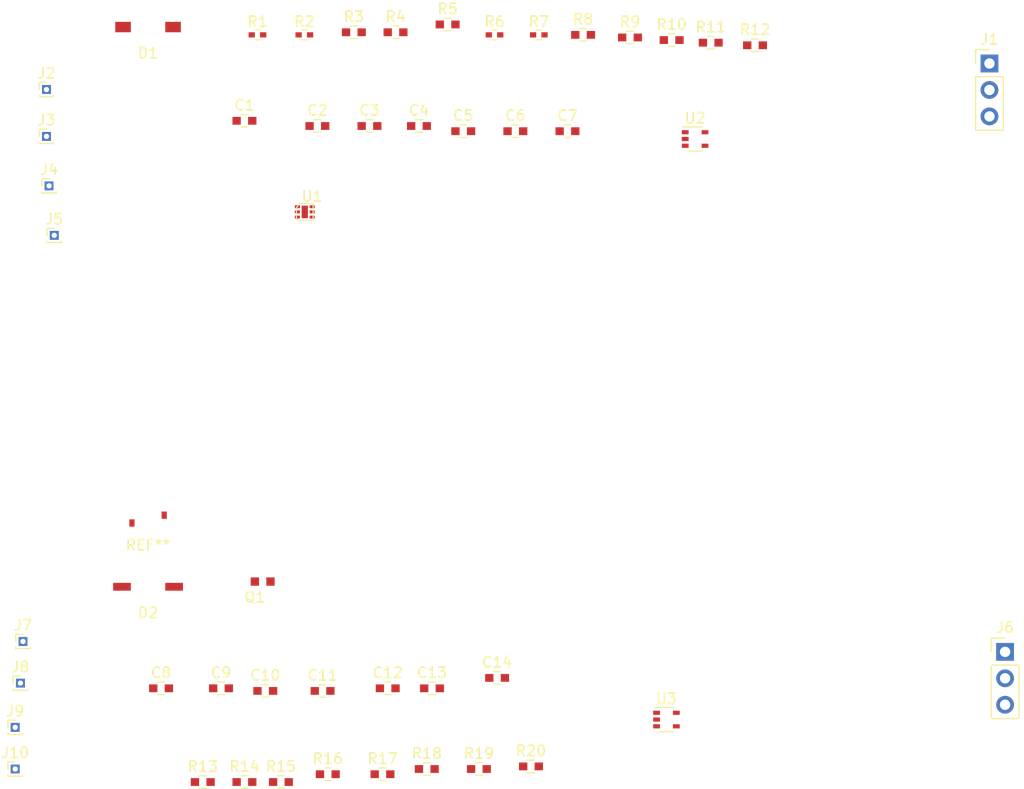
<source format=kicad_pcb>
(kicad_pcb (version 20171130) (host pcbnew "(5.0.1-3-g963ef8bb5)")

  (general
    (thickness 1.6)
    (drawings 0)
    (tracks 0)
    (zones 0)
    (modules 51)
    (nets 24)
  )

  (page A4)
  (layers
    (0 F.Cu signal)
    (31 B.Cu signal)
    (32 B.Adhes user)
    (33 F.Adhes user)
    (34 B.Paste user)
    (35 F.Paste user)
    (36 B.SilkS user)
    (37 F.SilkS user)
    (38 B.Mask user)
    (39 F.Mask user)
    (40 Dwgs.User user)
    (41 Cmts.User user)
    (42 Eco1.User user)
    (43 Eco2.User user)
    (44 Edge.Cuts user)
    (45 Margin user)
    (46 B.CrtYd user)
    (47 F.CrtYd user)
    (48 B.Fab user hide)
    (49 F.Fab user hide)
  )

  (setup
    (last_trace_width 0.25)
    (trace_clearance 0.2)
    (zone_clearance 0.508)
    (zone_45_only no)
    (trace_min 0.2)
    (segment_width 0.2)
    (edge_width 0.15)
    (via_size 0.6)
    (via_drill 0.4)
    (via_min_size 0.4)
    (via_min_drill 0.3)
    (uvia_size 0.3)
    (uvia_drill 0.1)
    (uvias_allowed no)
    (uvia_min_size 0.2)
    (uvia_min_drill 0.1)
    (pcb_text_width 0.3)
    (pcb_text_size 1.5 1.5)
    (mod_edge_width 0.15)
    (mod_text_size 1 1)
    (mod_text_width 0.15)
    (pad_size 1.524 1.524)
    (pad_drill 0.762)
    (pad_to_mask_clearance 0.2)
    (solder_mask_min_width 0.25)
    (aux_axis_origin 0 0)
    (visible_elements FFFFFF7F)
    (pcbplotparams
      (layerselection 0x00030_80000001)
      (usegerberextensions false)
      (usegerberattributes false)
      (usegerberadvancedattributes false)
      (creategerberjobfile false)
      (excludeedgelayer true)
      (linewidth 0.100000)
      (plotframeref false)
      (viasonmask false)
      (mode 1)
      (useauxorigin false)
      (hpglpennumber 1)
      (hpglpenspeed 20)
      (hpglpendiameter 15.000000)
      (psnegative false)
      (psa4output false)
      (plotreference true)
      (plotvalue true)
      (plotinvisibletext false)
      (padsonsilk false)
      (subtractmaskfromsilk false)
      (outputformat 1)
      (mirror false)
      (drillshape 1)
      (scaleselection 1)
      (outputdirectory ""))
  )

  (net 0 "")
  (net 1 GND)
  (net 2 VDD)
  (net 3 /OUT_1-1)
  (net 4 /OUT_1-2)
  (net 5 /S_1)
  (net 6 "Net-(C6-Pad1)")
  (net 7 "Net-(C7-Pad1)")
  (net 8 GNDD)
  (net 9 VPP)
  (net 10 /OUT_2-1)
  (net 11 /OUT_2-2)
  (net 12 /S_2)
  (net 13 "Net-(C13-Pad1)")
  (net 14 "Net-(C14-Pad1)")
  (net 15 "Net-(D1-Pad1)")
  (net 16 "Net-(D2-Pad1)")
  (net 17 "Net-(R1-Pad2)")
  (net 18 "Net-(R2-Pad2)")
  (net 19 "Net-(R10-Pad1)")
  (net 20 "Net-(R18-Pad1)")
  (net 21 "Net-(U1-Pad5)")
  (net 22 /OUT_1-3)
  (net 23 /OUT_2-3)

  (net_class Default "This is the default net class."
    (clearance 0.2)
    (trace_width 0.25)
    (via_dia 0.6)
    (via_drill 0.4)
    (uvia_dia 0.3)
    (uvia_drill 0.1)
    (add_net /OUT_1-1)
    (add_net /OUT_1-2)
    (add_net /OUT_1-3)
    (add_net /OUT_2-1)
    (add_net /OUT_2-2)
    (add_net /OUT_2-3)
    (add_net /S_1)
    (add_net /S_2)
    (add_net GND)
    (add_net GNDD)
    (add_net "Net-(C13-Pad1)")
    (add_net "Net-(C14-Pad1)")
    (add_net "Net-(C6-Pad1)")
    (add_net "Net-(C7-Pad1)")
    (add_net "Net-(D1-Pad1)")
    (add_net "Net-(D2-Pad1)")
    (add_net "Net-(R1-Pad2)")
    (add_net "Net-(R10-Pad1)")
    (add_net "Net-(R18-Pad1)")
    (add_net "Net-(R2-Pad2)")
    (add_net "Net-(U1-Pad5)")
    (add_net VDD)
    (add_net VPP)
  )

  (module Capacitors_SMD:C_0603 (layer F.Cu) (tedit 59958EE7) (tstamp 5B96BC34)
    (at 128 79.75)
    (descr "Capacitor SMD 0603, reflow soldering, AVX (see smccp.pdf)")
    (tags "capacitor 0603")
    (path /5B91CC4A)
    (attr smd)
    (fp_text reference C1 (at 0 -1.5) (layer F.SilkS)
      (effects (font (size 1 1) (thickness 0.15)))
    )
    (fp_text value C (at 0 1.5) (layer F.Fab)
      (effects (font (size 1 1) (thickness 0.15)))
    )
    (fp_line (start 1.4 0.65) (end -1.4 0.65) (layer F.CrtYd) (width 0.05))
    (fp_line (start 1.4 0.65) (end 1.4 -0.65) (layer F.CrtYd) (width 0.05))
    (fp_line (start -1.4 -0.65) (end -1.4 0.65) (layer F.CrtYd) (width 0.05))
    (fp_line (start -1.4 -0.65) (end 1.4 -0.65) (layer F.CrtYd) (width 0.05))
    (fp_line (start 0.35 0.6) (end -0.35 0.6) (layer F.SilkS) (width 0.12))
    (fp_line (start -0.35 -0.6) (end 0.35 -0.6) (layer F.SilkS) (width 0.12))
    (fp_line (start -0.8 -0.4) (end 0.8 -0.4) (layer F.Fab) (width 0.1))
    (fp_line (start 0.8 -0.4) (end 0.8 0.4) (layer F.Fab) (width 0.1))
    (fp_line (start 0.8 0.4) (end -0.8 0.4) (layer F.Fab) (width 0.1))
    (fp_line (start -0.8 0.4) (end -0.8 -0.4) (layer F.Fab) (width 0.1))
    (fp_text user %R (at 0 0) (layer F.Fab)
      (effects (font (size 0.3 0.3) (thickness 0.075)))
    )
    (pad 2 smd rect (at 0.75 0) (size 0.8 0.75) (layers F.Cu F.Paste F.Mask)
      (net 1 GND))
    (pad 1 smd rect (at -0.75 0) (size 0.8 0.75) (layers F.Cu F.Paste F.Mask)
      (net 2 VDD))
    (model Capacitors_SMD.3dshapes/C_0603.wrl
      (at (xyz 0 0 0))
      (scale (xyz 1 1 1))
      (rotate (xyz 0 0 0))
    )
  )

  (module Capacitors_SMD:C_0603 (layer F.Cu) (tedit 59958EE7) (tstamp 5B96BC3A)
    (at 135 80.25)
    (descr "Capacitor SMD 0603, reflow soldering, AVX (see smccp.pdf)")
    (tags "capacitor 0603")
    (path /5B91CB99)
    (attr smd)
    (fp_text reference C2 (at 0 -1.5) (layer F.SilkS)
      (effects (font (size 1 1) (thickness 0.15)))
    )
    (fp_text value C (at 0 1.5) (layer F.Fab)
      (effects (font (size 1 1) (thickness 0.15)))
    )
    (fp_line (start 1.4 0.65) (end -1.4 0.65) (layer F.CrtYd) (width 0.05))
    (fp_line (start 1.4 0.65) (end 1.4 -0.65) (layer F.CrtYd) (width 0.05))
    (fp_line (start -1.4 -0.65) (end -1.4 0.65) (layer F.CrtYd) (width 0.05))
    (fp_line (start -1.4 -0.65) (end 1.4 -0.65) (layer F.CrtYd) (width 0.05))
    (fp_line (start 0.35 0.6) (end -0.35 0.6) (layer F.SilkS) (width 0.12))
    (fp_line (start -0.35 -0.6) (end 0.35 -0.6) (layer F.SilkS) (width 0.12))
    (fp_line (start -0.8 -0.4) (end 0.8 -0.4) (layer F.Fab) (width 0.1))
    (fp_line (start 0.8 -0.4) (end 0.8 0.4) (layer F.Fab) (width 0.1))
    (fp_line (start 0.8 0.4) (end -0.8 0.4) (layer F.Fab) (width 0.1))
    (fp_line (start -0.8 0.4) (end -0.8 -0.4) (layer F.Fab) (width 0.1))
    (fp_text user %R (at 0 0) (layer F.Fab)
      (effects (font (size 0.3 0.3) (thickness 0.075)))
    )
    (pad 2 smd rect (at 0.75 0) (size 0.8 0.75) (layers F.Cu F.Paste F.Mask)
      (net 1 GND))
    (pad 1 smd rect (at -0.75 0) (size 0.8 0.75) (layers F.Cu F.Paste F.Mask)
      (net 2 VDD))
    (model Capacitors_SMD.3dshapes/C_0603.wrl
      (at (xyz 0 0 0))
      (scale (xyz 1 1 1))
      (rotate (xyz 0 0 0))
    )
  )

  (module Capacitors_SMD:C_0603 (layer F.Cu) (tedit 59958EE7) (tstamp 5B96BC40)
    (at 140 80.25)
    (descr "Capacitor SMD 0603, reflow soldering, AVX (see smccp.pdf)")
    (tags "capacitor 0603")
    (path /5B8B0718)
    (attr smd)
    (fp_text reference C3 (at 0 -1.5) (layer F.SilkS)
      (effects (font (size 1 1) (thickness 0.15)))
    )
    (fp_text value C (at 0 1.5) (layer F.Fab)
      (effects (font (size 1 1) (thickness 0.15)))
    )
    (fp_line (start 1.4 0.65) (end -1.4 0.65) (layer F.CrtYd) (width 0.05))
    (fp_line (start 1.4 0.65) (end 1.4 -0.65) (layer F.CrtYd) (width 0.05))
    (fp_line (start -1.4 -0.65) (end -1.4 0.65) (layer F.CrtYd) (width 0.05))
    (fp_line (start -1.4 -0.65) (end 1.4 -0.65) (layer F.CrtYd) (width 0.05))
    (fp_line (start 0.35 0.6) (end -0.35 0.6) (layer F.SilkS) (width 0.12))
    (fp_line (start -0.35 -0.6) (end 0.35 -0.6) (layer F.SilkS) (width 0.12))
    (fp_line (start -0.8 -0.4) (end 0.8 -0.4) (layer F.Fab) (width 0.1))
    (fp_line (start 0.8 -0.4) (end 0.8 0.4) (layer F.Fab) (width 0.1))
    (fp_line (start 0.8 0.4) (end -0.8 0.4) (layer F.Fab) (width 0.1))
    (fp_line (start -0.8 0.4) (end -0.8 -0.4) (layer F.Fab) (width 0.1))
    (fp_text user %R (at 0 0) (layer F.Fab)
      (effects (font (size 0.3 0.3) (thickness 0.075)))
    )
    (pad 2 smd rect (at 0.75 0) (size 0.8 0.75) (layers F.Cu F.Paste F.Mask)
      (net 3 /OUT_1-1))
    (pad 1 smd rect (at -0.75 0) (size 0.8 0.75) (layers F.Cu F.Paste F.Mask)
      (net 4 /OUT_1-2))
    (model Capacitors_SMD.3dshapes/C_0603.wrl
      (at (xyz 0 0 0))
      (scale (xyz 1 1 1))
      (rotate (xyz 0 0 0))
    )
  )

  (module Capacitors_SMD:C_0603 (layer F.Cu) (tedit 59958EE7) (tstamp 5B96BC46)
    (at 144.75 80.25)
    (descr "Capacitor SMD 0603, reflow soldering, AVX (see smccp.pdf)")
    (tags "capacitor 0603")
    (path /5B91D883)
    (attr smd)
    (fp_text reference C4 (at 0 -1.5) (layer F.SilkS)
      (effects (font (size 1 1) (thickness 0.15)))
    )
    (fp_text value C (at 0 1.5) (layer F.Fab)
      (effects (font (size 1 1) (thickness 0.15)))
    )
    (fp_line (start 1.4 0.65) (end -1.4 0.65) (layer F.CrtYd) (width 0.05))
    (fp_line (start 1.4 0.65) (end 1.4 -0.65) (layer F.CrtYd) (width 0.05))
    (fp_line (start -1.4 -0.65) (end -1.4 0.65) (layer F.CrtYd) (width 0.05))
    (fp_line (start -1.4 -0.65) (end 1.4 -0.65) (layer F.CrtYd) (width 0.05))
    (fp_line (start 0.35 0.6) (end -0.35 0.6) (layer F.SilkS) (width 0.12))
    (fp_line (start -0.35 -0.6) (end 0.35 -0.6) (layer F.SilkS) (width 0.12))
    (fp_line (start -0.8 -0.4) (end 0.8 -0.4) (layer F.Fab) (width 0.1))
    (fp_line (start 0.8 -0.4) (end 0.8 0.4) (layer F.Fab) (width 0.1))
    (fp_line (start 0.8 0.4) (end -0.8 0.4) (layer F.Fab) (width 0.1))
    (fp_line (start -0.8 0.4) (end -0.8 -0.4) (layer F.Fab) (width 0.1))
    (fp_text user %R (at 0 0) (layer F.Fab)
      (effects (font (size 0.3 0.3) (thickness 0.075)))
    )
    (pad 2 smd rect (at 0.75 0) (size 0.8 0.75) (layers F.Cu F.Paste F.Mask)
      (net 22 /OUT_1-3))
    (pad 1 smd rect (at -0.75 0) (size 0.8 0.75) (layers F.Cu F.Paste F.Mask)
      (net 5 /S_1))
    (model Capacitors_SMD.3dshapes/C_0603.wrl
      (at (xyz 0 0 0))
      (scale (xyz 1 1 1))
      (rotate (xyz 0 0 0))
    )
  )

  (module Capacitors_SMD:C_0603 (layer F.Cu) (tedit 59958EE7) (tstamp 5B96BC4C)
    (at 149 80.75)
    (descr "Capacitor SMD 0603, reflow soldering, AVX (see smccp.pdf)")
    (tags "capacitor 0603")
    (path /5B8AF21A)
    (attr smd)
    (fp_text reference C5 (at 0 -1.5) (layer F.SilkS)
      (effects (font (size 1 1) (thickness 0.15)))
    )
    (fp_text value C (at 0 1.5) (layer F.Fab)
      (effects (font (size 1 1) (thickness 0.15)))
    )
    (fp_line (start 1.4 0.65) (end -1.4 0.65) (layer F.CrtYd) (width 0.05))
    (fp_line (start 1.4 0.65) (end 1.4 -0.65) (layer F.CrtYd) (width 0.05))
    (fp_line (start -1.4 -0.65) (end -1.4 0.65) (layer F.CrtYd) (width 0.05))
    (fp_line (start -1.4 -0.65) (end 1.4 -0.65) (layer F.CrtYd) (width 0.05))
    (fp_line (start 0.35 0.6) (end -0.35 0.6) (layer F.SilkS) (width 0.12))
    (fp_line (start -0.35 -0.6) (end 0.35 -0.6) (layer F.SilkS) (width 0.12))
    (fp_line (start -0.8 -0.4) (end 0.8 -0.4) (layer F.Fab) (width 0.1))
    (fp_line (start 0.8 -0.4) (end 0.8 0.4) (layer F.Fab) (width 0.1))
    (fp_line (start 0.8 0.4) (end -0.8 0.4) (layer F.Fab) (width 0.1))
    (fp_line (start -0.8 0.4) (end -0.8 -0.4) (layer F.Fab) (width 0.1))
    (fp_text user %R (at 0 0) (layer F.Fab)
      (effects (font (size 0.3 0.3) (thickness 0.075)))
    )
    (pad 2 smd rect (at 0.75 0) (size 0.8 0.75) (layers F.Cu F.Paste F.Mask)
      (net 1 GND))
    (pad 1 smd rect (at -0.75 0) (size 0.8 0.75) (layers F.Cu F.Paste F.Mask)
      (net 3 /OUT_1-1))
    (model Capacitors_SMD.3dshapes/C_0603.wrl
      (at (xyz 0 0 0))
      (scale (xyz 1 1 1))
      (rotate (xyz 0 0 0))
    )
  )

  (module Capacitors_SMD:C_0603 (layer F.Cu) (tedit 59958EE7) (tstamp 5B96BC52)
    (at 154 80.75)
    (descr "Capacitor SMD 0603, reflow soldering, AVX (see smccp.pdf)")
    (tags "capacitor 0603")
    (path /5B91DE63)
    (attr smd)
    (fp_text reference C6 (at 0 -1.5) (layer F.SilkS)
      (effects (font (size 1 1) (thickness 0.15)))
    )
    (fp_text value C (at 0 1.5) (layer F.Fab)
      (effects (font (size 1 1) (thickness 0.15)))
    )
    (fp_line (start 1.4 0.65) (end -1.4 0.65) (layer F.CrtYd) (width 0.05))
    (fp_line (start 1.4 0.65) (end 1.4 -0.65) (layer F.CrtYd) (width 0.05))
    (fp_line (start -1.4 -0.65) (end -1.4 0.65) (layer F.CrtYd) (width 0.05))
    (fp_line (start -1.4 -0.65) (end 1.4 -0.65) (layer F.CrtYd) (width 0.05))
    (fp_line (start 0.35 0.6) (end -0.35 0.6) (layer F.SilkS) (width 0.12))
    (fp_line (start -0.35 -0.6) (end 0.35 -0.6) (layer F.SilkS) (width 0.12))
    (fp_line (start -0.8 -0.4) (end 0.8 -0.4) (layer F.Fab) (width 0.1))
    (fp_line (start 0.8 -0.4) (end 0.8 0.4) (layer F.Fab) (width 0.1))
    (fp_line (start 0.8 0.4) (end -0.8 0.4) (layer F.Fab) (width 0.1))
    (fp_line (start -0.8 0.4) (end -0.8 -0.4) (layer F.Fab) (width 0.1))
    (fp_text user %R (at 0 0) (layer F.Fab)
      (effects (font (size 0.3 0.3) (thickness 0.075)))
    )
    (pad 2 smd rect (at 0.75 0) (size 0.8 0.75) (layers F.Cu F.Paste F.Mask)
      (net 1 GND))
    (pad 1 smd rect (at -0.75 0) (size 0.8 0.75) (layers F.Cu F.Paste F.Mask)
      (net 6 "Net-(C6-Pad1)"))
    (model Capacitors_SMD.3dshapes/C_0603.wrl
      (at (xyz 0 0 0))
      (scale (xyz 1 1 1))
      (rotate (xyz 0 0 0))
    )
  )

  (module Capacitors_SMD:C_0603 (layer F.Cu) (tedit 59958EE7) (tstamp 5B96BC58)
    (at 159 80.75)
    (descr "Capacitor SMD 0603, reflow soldering, AVX (see smccp.pdf)")
    (tags "capacitor 0603")
    (path /5B8B4AAD)
    (attr smd)
    (fp_text reference C7 (at 0 -1.5) (layer F.SilkS)
      (effects (font (size 1 1) (thickness 0.15)))
    )
    (fp_text value C (at 0 1.5) (layer F.Fab)
      (effects (font (size 1 1) (thickness 0.15)))
    )
    (fp_line (start 1.4 0.65) (end -1.4 0.65) (layer F.CrtYd) (width 0.05))
    (fp_line (start 1.4 0.65) (end 1.4 -0.65) (layer F.CrtYd) (width 0.05))
    (fp_line (start -1.4 -0.65) (end -1.4 0.65) (layer F.CrtYd) (width 0.05))
    (fp_line (start -1.4 -0.65) (end 1.4 -0.65) (layer F.CrtYd) (width 0.05))
    (fp_line (start 0.35 0.6) (end -0.35 0.6) (layer F.SilkS) (width 0.12))
    (fp_line (start -0.35 -0.6) (end 0.35 -0.6) (layer F.SilkS) (width 0.12))
    (fp_line (start -0.8 -0.4) (end 0.8 -0.4) (layer F.Fab) (width 0.1))
    (fp_line (start 0.8 -0.4) (end 0.8 0.4) (layer F.Fab) (width 0.1))
    (fp_line (start 0.8 0.4) (end -0.8 0.4) (layer F.Fab) (width 0.1))
    (fp_line (start -0.8 0.4) (end -0.8 -0.4) (layer F.Fab) (width 0.1))
    (fp_text user %R (at 0 0) (layer F.Fab)
      (effects (font (size 0.3 0.3) (thickness 0.075)))
    )
    (pad 2 smd rect (at 0.75 0) (size 0.8 0.75) (layers F.Cu F.Paste F.Mask)
      (net 1 GND))
    (pad 1 smd rect (at -0.75 0) (size 0.8 0.75) (layers F.Cu F.Paste F.Mask)
      (net 7 "Net-(C7-Pad1)"))
    (model Capacitors_SMD.3dshapes/C_0603.wrl
      (at (xyz 0 0 0))
      (scale (xyz 1 1 1))
      (rotate (xyz 0 0 0))
    )
  )

  (module Capacitors_SMD:C_0603 (layer F.Cu) (tedit 59958EE7) (tstamp 5B96BC5E)
    (at 120 134.25)
    (descr "Capacitor SMD 0603, reflow soldering, AVX (see smccp.pdf)")
    (tags "capacitor 0603")
    (path /5B91E354)
    (attr smd)
    (fp_text reference C8 (at 0 -1.5) (layer F.SilkS)
      (effects (font (size 1 1) (thickness 0.15)))
    )
    (fp_text value C (at 0 1.5) (layer F.Fab)
      (effects (font (size 1 1) (thickness 0.15)))
    )
    (fp_line (start 1.4 0.65) (end -1.4 0.65) (layer F.CrtYd) (width 0.05))
    (fp_line (start 1.4 0.65) (end 1.4 -0.65) (layer F.CrtYd) (width 0.05))
    (fp_line (start -1.4 -0.65) (end -1.4 0.65) (layer F.CrtYd) (width 0.05))
    (fp_line (start -1.4 -0.65) (end 1.4 -0.65) (layer F.CrtYd) (width 0.05))
    (fp_line (start 0.35 0.6) (end -0.35 0.6) (layer F.SilkS) (width 0.12))
    (fp_line (start -0.35 -0.6) (end 0.35 -0.6) (layer F.SilkS) (width 0.12))
    (fp_line (start -0.8 -0.4) (end 0.8 -0.4) (layer F.Fab) (width 0.1))
    (fp_line (start 0.8 -0.4) (end 0.8 0.4) (layer F.Fab) (width 0.1))
    (fp_line (start 0.8 0.4) (end -0.8 0.4) (layer F.Fab) (width 0.1))
    (fp_line (start -0.8 0.4) (end -0.8 -0.4) (layer F.Fab) (width 0.1))
    (fp_text user %R (at 0 0) (layer F.Fab)
      (effects (font (size 0.3 0.3) (thickness 0.075)))
    )
    (pad 2 smd rect (at 0.75 0) (size 0.8 0.75) (layers F.Cu F.Paste F.Mask)
      (net 8 GNDD))
    (pad 1 smd rect (at -0.75 0) (size 0.8 0.75) (layers F.Cu F.Paste F.Mask)
      (net 9 VPP))
    (model Capacitors_SMD.3dshapes/C_0603.wrl
      (at (xyz 0 0 0))
      (scale (xyz 1 1 1))
      (rotate (xyz 0 0 0))
    )
  )

  (module Capacitors_SMD:C_0603 (layer F.Cu) (tedit 59958EE7) (tstamp 5B96BC64)
    (at 125.75 134.25)
    (descr "Capacitor SMD 0603, reflow soldering, AVX (see smccp.pdf)")
    (tags "capacitor 0603")
    (path /5B91E34E)
    (attr smd)
    (fp_text reference C9 (at 0 -1.5) (layer F.SilkS)
      (effects (font (size 1 1) (thickness 0.15)))
    )
    (fp_text value C (at 0 1.5) (layer F.Fab)
      (effects (font (size 1 1) (thickness 0.15)))
    )
    (fp_line (start 1.4 0.65) (end -1.4 0.65) (layer F.CrtYd) (width 0.05))
    (fp_line (start 1.4 0.65) (end 1.4 -0.65) (layer F.CrtYd) (width 0.05))
    (fp_line (start -1.4 -0.65) (end -1.4 0.65) (layer F.CrtYd) (width 0.05))
    (fp_line (start -1.4 -0.65) (end 1.4 -0.65) (layer F.CrtYd) (width 0.05))
    (fp_line (start 0.35 0.6) (end -0.35 0.6) (layer F.SilkS) (width 0.12))
    (fp_line (start -0.35 -0.6) (end 0.35 -0.6) (layer F.SilkS) (width 0.12))
    (fp_line (start -0.8 -0.4) (end 0.8 -0.4) (layer F.Fab) (width 0.1))
    (fp_line (start 0.8 -0.4) (end 0.8 0.4) (layer F.Fab) (width 0.1))
    (fp_line (start 0.8 0.4) (end -0.8 0.4) (layer F.Fab) (width 0.1))
    (fp_line (start -0.8 0.4) (end -0.8 -0.4) (layer F.Fab) (width 0.1))
    (fp_text user %R (at 0 0) (layer F.Fab)
      (effects (font (size 0.3 0.3) (thickness 0.075)))
    )
    (pad 2 smd rect (at 0.75 0) (size 0.8 0.75) (layers F.Cu F.Paste F.Mask)
      (net 8 GNDD))
    (pad 1 smd rect (at -0.75 0) (size 0.8 0.75) (layers F.Cu F.Paste F.Mask)
      (net 9 VPP))
    (model Capacitors_SMD.3dshapes/C_0603.wrl
      (at (xyz 0 0 0))
      (scale (xyz 1 1 1))
      (rotate (xyz 0 0 0))
    )
  )

  (module Capacitors_SMD:C_0603 (layer F.Cu) (tedit 59958EE7) (tstamp 5B96BC6A)
    (at 130 134.5)
    (descr "Capacitor SMD 0603, reflow soldering, AVX (see smccp.pdf)")
    (tags "capacitor 0603")
    (path /5B8B2105)
    (attr smd)
    (fp_text reference C10 (at 0 -1.5) (layer F.SilkS)
      (effects (font (size 1 1) (thickness 0.15)))
    )
    (fp_text value C (at 0 1.5) (layer F.Fab)
      (effects (font (size 1 1) (thickness 0.15)))
    )
    (fp_line (start 1.4 0.65) (end -1.4 0.65) (layer F.CrtYd) (width 0.05))
    (fp_line (start 1.4 0.65) (end 1.4 -0.65) (layer F.CrtYd) (width 0.05))
    (fp_line (start -1.4 -0.65) (end -1.4 0.65) (layer F.CrtYd) (width 0.05))
    (fp_line (start -1.4 -0.65) (end 1.4 -0.65) (layer F.CrtYd) (width 0.05))
    (fp_line (start 0.35 0.6) (end -0.35 0.6) (layer F.SilkS) (width 0.12))
    (fp_line (start -0.35 -0.6) (end 0.35 -0.6) (layer F.SilkS) (width 0.12))
    (fp_line (start -0.8 -0.4) (end 0.8 -0.4) (layer F.Fab) (width 0.1))
    (fp_line (start 0.8 -0.4) (end 0.8 0.4) (layer F.Fab) (width 0.1))
    (fp_line (start 0.8 0.4) (end -0.8 0.4) (layer F.Fab) (width 0.1))
    (fp_line (start -0.8 0.4) (end -0.8 -0.4) (layer F.Fab) (width 0.1))
    (fp_text user %R (at 0 0) (layer F.Fab)
      (effects (font (size 0.3 0.3) (thickness 0.075)))
    )
    (pad 2 smd rect (at 0.75 0) (size 0.8 0.75) (layers F.Cu F.Paste F.Mask)
      (net 10 /OUT_2-1))
    (pad 1 smd rect (at -0.75 0) (size 0.8 0.75) (layers F.Cu F.Paste F.Mask)
      (net 11 /OUT_2-2))
    (model Capacitors_SMD.3dshapes/C_0603.wrl
      (at (xyz 0 0 0))
      (scale (xyz 1 1 1))
      (rotate (xyz 0 0 0))
    )
  )

  (module Capacitors_SMD:C_0603 (layer F.Cu) (tedit 59958EE7) (tstamp 5B96BC70)
    (at 135.5 134.5)
    (descr "Capacitor SMD 0603, reflow soldering, AVX (see smccp.pdf)")
    (tags "capacitor 0603")
    (path /5B91F968)
    (attr smd)
    (fp_text reference C11 (at 0 -1.5) (layer F.SilkS)
      (effects (font (size 1 1) (thickness 0.15)))
    )
    (fp_text value C (at 0 1.5) (layer F.Fab)
      (effects (font (size 1 1) (thickness 0.15)))
    )
    (fp_line (start 1.4 0.65) (end -1.4 0.65) (layer F.CrtYd) (width 0.05))
    (fp_line (start 1.4 0.65) (end 1.4 -0.65) (layer F.CrtYd) (width 0.05))
    (fp_line (start -1.4 -0.65) (end -1.4 0.65) (layer F.CrtYd) (width 0.05))
    (fp_line (start -1.4 -0.65) (end 1.4 -0.65) (layer F.CrtYd) (width 0.05))
    (fp_line (start 0.35 0.6) (end -0.35 0.6) (layer F.SilkS) (width 0.12))
    (fp_line (start -0.35 -0.6) (end 0.35 -0.6) (layer F.SilkS) (width 0.12))
    (fp_line (start -0.8 -0.4) (end 0.8 -0.4) (layer F.Fab) (width 0.1))
    (fp_line (start 0.8 -0.4) (end 0.8 0.4) (layer F.Fab) (width 0.1))
    (fp_line (start 0.8 0.4) (end -0.8 0.4) (layer F.Fab) (width 0.1))
    (fp_line (start -0.8 0.4) (end -0.8 -0.4) (layer F.Fab) (width 0.1))
    (fp_text user %R (at 0 0) (layer F.Fab)
      (effects (font (size 0.3 0.3) (thickness 0.075)))
    )
    (pad 2 smd rect (at 0.75 0) (size 0.8 0.75) (layers F.Cu F.Paste F.Mask)
      (net 23 /OUT_2-3))
    (pad 1 smd rect (at -0.75 0) (size 0.8 0.75) (layers F.Cu F.Paste F.Mask)
      (net 12 /S_2))
    (model Capacitors_SMD.3dshapes/C_0603.wrl
      (at (xyz 0 0 0))
      (scale (xyz 1 1 1))
      (rotate (xyz 0 0 0))
    )
  )

  (module Capacitors_SMD:C_0603 (layer F.Cu) (tedit 59958EE7) (tstamp 5B96BC76)
    (at 141.75 134.25)
    (descr "Capacitor SMD 0603, reflow soldering, AVX (see smccp.pdf)")
    (tags "capacitor 0603")
    (path /5B8AF35F)
    (attr smd)
    (fp_text reference C12 (at 0 -1.5) (layer F.SilkS)
      (effects (font (size 1 1) (thickness 0.15)))
    )
    (fp_text value C (at 0 1.5) (layer F.Fab)
      (effects (font (size 1 1) (thickness 0.15)))
    )
    (fp_line (start 1.4 0.65) (end -1.4 0.65) (layer F.CrtYd) (width 0.05))
    (fp_line (start 1.4 0.65) (end 1.4 -0.65) (layer F.CrtYd) (width 0.05))
    (fp_line (start -1.4 -0.65) (end -1.4 0.65) (layer F.CrtYd) (width 0.05))
    (fp_line (start -1.4 -0.65) (end 1.4 -0.65) (layer F.CrtYd) (width 0.05))
    (fp_line (start 0.35 0.6) (end -0.35 0.6) (layer F.SilkS) (width 0.12))
    (fp_line (start -0.35 -0.6) (end 0.35 -0.6) (layer F.SilkS) (width 0.12))
    (fp_line (start -0.8 -0.4) (end 0.8 -0.4) (layer F.Fab) (width 0.1))
    (fp_line (start 0.8 -0.4) (end 0.8 0.4) (layer F.Fab) (width 0.1))
    (fp_line (start 0.8 0.4) (end -0.8 0.4) (layer F.Fab) (width 0.1))
    (fp_line (start -0.8 0.4) (end -0.8 -0.4) (layer F.Fab) (width 0.1))
    (fp_text user %R (at 0 0) (layer F.Fab)
      (effects (font (size 0.3 0.3) (thickness 0.075)))
    )
    (pad 2 smd rect (at 0.75 0) (size 0.8 0.75) (layers F.Cu F.Paste F.Mask)
      (net 8 GNDD))
    (pad 1 smd rect (at -0.75 0) (size 0.8 0.75) (layers F.Cu F.Paste F.Mask)
      (net 10 /OUT_2-1))
    (model Capacitors_SMD.3dshapes/C_0603.wrl
      (at (xyz 0 0 0))
      (scale (xyz 1 1 1))
      (rotate (xyz 0 0 0))
    )
  )

  (module Capacitors_SMD:C_0603 (layer F.Cu) (tedit 59958EE7) (tstamp 5B96BC7C)
    (at 146 134.25)
    (descr "Capacitor SMD 0603, reflow soldering, AVX (see smccp.pdf)")
    (tags "capacitor 0603")
    (path /5B91F979)
    (attr smd)
    (fp_text reference C13 (at 0 -1.5) (layer F.SilkS)
      (effects (font (size 1 1) (thickness 0.15)))
    )
    (fp_text value C (at 0 1.5) (layer F.Fab)
      (effects (font (size 1 1) (thickness 0.15)))
    )
    (fp_line (start 1.4 0.65) (end -1.4 0.65) (layer F.CrtYd) (width 0.05))
    (fp_line (start 1.4 0.65) (end 1.4 -0.65) (layer F.CrtYd) (width 0.05))
    (fp_line (start -1.4 -0.65) (end -1.4 0.65) (layer F.CrtYd) (width 0.05))
    (fp_line (start -1.4 -0.65) (end 1.4 -0.65) (layer F.CrtYd) (width 0.05))
    (fp_line (start 0.35 0.6) (end -0.35 0.6) (layer F.SilkS) (width 0.12))
    (fp_line (start -0.35 -0.6) (end 0.35 -0.6) (layer F.SilkS) (width 0.12))
    (fp_line (start -0.8 -0.4) (end 0.8 -0.4) (layer F.Fab) (width 0.1))
    (fp_line (start 0.8 -0.4) (end 0.8 0.4) (layer F.Fab) (width 0.1))
    (fp_line (start 0.8 0.4) (end -0.8 0.4) (layer F.Fab) (width 0.1))
    (fp_line (start -0.8 0.4) (end -0.8 -0.4) (layer F.Fab) (width 0.1))
    (fp_text user %R (at 0 0) (layer F.Fab)
      (effects (font (size 0.3 0.3) (thickness 0.075)))
    )
    (pad 2 smd rect (at 0.75 0) (size 0.8 0.75) (layers F.Cu F.Paste F.Mask)
      (net 8 GNDD))
    (pad 1 smd rect (at -0.75 0) (size 0.8 0.75) (layers F.Cu F.Paste F.Mask)
      (net 13 "Net-(C13-Pad1)"))
    (model Capacitors_SMD.3dshapes/C_0603.wrl
      (at (xyz 0 0 0))
      (scale (xyz 1 1 1))
      (rotate (xyz 0 0 0))
    )
  )

  (module Capacitors_SMD:C_0603 (layer F.Cu) (tedit 59958EE7) (tstamp 5B96BC82)
    (at 152.25 133.25)
    (descr "Capacitor SMD 0603, reflow soldering, AVX (see smccp.pdf)")
    (tags "capacitor 0603")
    (path /5B91F955)
    (attr smd)
    (fp_text reference C14 (at 0 -1.5) (layer F.SilkS)
      (effects (font (size 1 1) (thickness 0.15)))
    )
    (fp_text value C (at 0 1.5) (layer F.Fab)
      (effects (font (size 1 1) (thickness 0.15)))
    )
    (fp_line (start 1.4 0.65) (end -1.4 0.65) (layer F.CrtYd) (width 0.05))
    (fp_line (start 1.4 0.65) (end 1.4 -0.65) (layer F.CrtYd) (width 0.05))
    (fp_line (start -1.4 -0.65) (end -1.4 0.65) (layer F.CrtYd) (width 0.05))
    (fp_line (start -1.4 -0.65) (end 1.4 -0.65) (layer F.CrtYd) (width 0.05))
    (fp_line (start 0.35 0.6) (end -0.35 0.6) (layer F.SilkS) (width 0.12))
    (fp_line (start -0.35 -0.6) (end 0.35 -0.6) (layer F.SilkS) (width 0.12))
    (fp_line (start -0.8 -0.4) (end 0.8 -0.4) (layer F.Fab) (width 0.1))
    (fp_line (start 0.8 -0.4) (end 0.8 0.4) (layer F.Fab) (width 0.1))
    (fp_line (start 0.8 0.4) (end -0.8 0.4) (layer F.Fab) (width 0.1))
    (fp_line (start -0.8 0.4) (end -0.8 -0.4) (layer F.Fab) (width 0.1))
    (fp_text user %R (at 0 0) (layer F.Fab)
      (effects (font (size 0.3 0.3) (thickness 0.075)))
    )
    (pad 2 smd rect (at 0.75 0) (size 0.8 0.75) (layers F.Cu F.Paste F.Mask)
      (net 8 GNDD))
    (pad 1 smd rect (at -0.75 0) (size 0.8 0.75) (layers F.Cu F.Paste F.Mask)
      (net 14 "Net-(C14-Pad1)"))
    (model Capacitors_SMD.3dshapes/C_0603.wrl
      (at (xyz 0 0 0))
      (scale (xyz 1 1 1))
      (rotate (xyz 0 0 0))
    )
  )

  (module Solutions:AM2520ZGC09_LED (layer F.Cu) (tedit 5B8589A7) (tstamp 5B96BC89)
    (at 118.75 70.75)
    (path /5B8AFC0D)
    (fp_text reference D1 (at 0 2.5) (layer F.SilkS)
      (effects (font (size 1 1) (thickness 0.15)))
    )
    (fp_text value LED (at 0 -2.5) (layer F.Fab)
      (effects (font (size 1 1) (thickness 0.15)))
    )
    (pad "" np_thru_hole circle (at 0 0) (size 2.25 2.25) (drill 2.25) (layers *.Cu))
    (pad 1 smd rect (at -2.4 0) (size 1.5 1) (layers F.Cu F.Paste F.Mask)
      (net 15 "Net-(D1-Pad1)"))
    (pad 2 smd rect (at 2.4 0) (size 1.5 1) (layers F.Cu F.Paste F.Mask)
      (net 2 VDD))
  )

  (module Solutions:VLD1235R_LED (layer F.Cu) (tedit 5B85888C) (tstamp 5B96BC90)
    (at 118.75 124.5)
    (path /5B8AFAB0)
    (fp_text reference D2 (at 0 2.5) (layer F.SilkS)
      (effects (font (size 1 1) (thickness 0.15)))
    )
    (fp_text value LED (at 0 -2.5) (layer F.Fab)
      (effects (font (size 1 1) (thickness 0.15)))
    )
    (pad "" np_thru_hole circle (at 0 0) (size 2.3 2.3) (drill 2.3) (layers *.Cu))
    (pad 1 smd rect (at -2.5 0) (size 1.7 0.75) (layers F.Cu F.Paste F.Mask)
      (net 16 "Net-(D2-Pad1)"))
    (pad 2 smd rect (at 2.5 0) (size 1.7 0.75) (layers F.Cu F.Paste F.Mask)
      (net 9 VPP))
  )

  (module Pin_Headers:Pin_Header_Straight_1x03_Pitch2.54mm (layer F.Cu) (tedit 59650532) (tstamp 5B96BC97)
    (at 199.5 74.25)
    (descr "Through hole straight pin header, 1x03, 2.54mm pitch, single row")
    (tags "Through hole pin header THT 1x03 2.54mm single row")
    (path /5B92B63C)
    (fp_text reference J1 (at 0 -2.33) (layer F.SilkS)
      (effects (font (size 1 1) (thickness 0.15)))
    )
    (fp_text value CONN_01X03 (at 0 7.41) (layer F.Fab)
      (effects (font (size 1 1) (thickness 0.15)))
    )
    (fp_line (start -0.635 -1.27) (end 1.27 -1.27) (layer F.Fab) (width 0.1))
    (fp_line (start 1.27 -1.27) (end 1.27 6.35) (layer F.Fab) (width 0.1))
    (fp_line (start 1.27 6.35) (end -1.27 6.35) (layer F.Fab) (width 0.1))
    (fp_line (start -1.27 6.35) (end -1.27 -0.635) (layer F.Fab) (width 0.1))
    (fp_line (start -1.27 -0.635) (end -0.635 -1.27) (layer F.Fab) (width 0.1))
    (fp_line (start -1.33 6.41) (end 1.33 6.41) (layer F.SilkS) (width 0.12))
    (fp_line (start -1.33 1.27) (end -1.33 6.41) (layer F.SilkS) (width 0.12))
    (fp_line (start 1.33 1.27) (end 1.33 6.41) (layer F.SilkS) (width 0.12))
    (fp_line (start -1.33 1.27) (end 1.33 1.27) (layer F.SilkS) (width 0.12))
    (fp_line (start -1.33 0) (end -1.33 -1.33) (layer F.SilkS) (width 0.12))
    (fp_line (start -1.33 -1.33) (end 0 -1.33) (layer F.SilkS) (width 0.12))
    (fp_line (start -1.8 -1.8) (end -1.8 6.85) (layer F.CrtYd) (width 0.05))
    (fp_line (start -1.8 6.85) (end 1.8 6.85) (layer F.CrtYd) (width 0.05))
    (fp_line (start 1.8 6.85) (end 1.8 -1.8) (layer F.CrtYd) (width 0.05))
    (fp_line (start 1.8 -1.8) (end -1.8 -1.8) (layer F.CrtYd) (width 0.05))
    (fp_text user %R (at 0 2.54 90) (layer F.Fab)
      (effects (font (size 1 1) (thickness 0.15)))
    )
    (pad 1 thru_hole rect (at 0 0) (size 1.7 1.7) (drill 1) (layers *.Cu *.Mask)
      (net 5 /S_1))
    (pad 2 thru_hole oval (at 0 2.54) (size 1.7 1.7) (drill 1) (layers *.Cu *.Mask)
      (net 2 VDD))
    (pad 3 thru_hole oval (at 0 5.08) (size 1.7 1.7) (drill 1) (layers *.Cu *.Mask)
      (net 1 GND))
    (model ${KISYS3DMOD}/Pin_Headers.3dshapes/Pin_Header_Straight_1x03_Pitch2.54mm.wrl
      (at (xyz 0 0 0))
      (scale (xyz 1 1 1))
      (rotate (xyz 0 0 0))
    )
  )

  (module Pin_Headers:Pin_Header_Straight_1x01_Pitch1.00mm (layer F.Cu) (tedit 59B55814) (tstamp 5B96BC9C)
    (at 109 76.75)
    (descr "Through hole straight pin header, 1x01, 1.00mm pitch, single row")
    (tags "Through hole pin header THT 1x01 1.00mm single row")
    (path /5B92C96D)
    (fp_text reference J2 (at 0 -1.56) (layer F.SilkS)
      (effects (font (size 1 1) (thickness 0.15)))
    )
    (fp_text value CONN_01X01 (at 0 1.56) (layer F.Fab)
      (effects (font (size 1 1) (thickness 0.15)))
    )
    (fp_line (start -0.3175 -0.5) (end 0.635 -0.5) (layer F.Fab) (width 0.1))
    (fp_line (start 0.635 -0.5) (end 0.635 0.5) (layer F.Fab) (width 0.1))
    (fp_line (start 0.635 0.5) (end -0.635 0.5) (layer F.Fab) (width 0.1))
    (fp_line (start -0.635 0.5) (end -0.635 -0.1825) (layer F.Fab) (width 0.1))
    (fp_line (start -0.635 -0.1825) (end -0.3175 -0.5) (layer F.Fab) (width 0.1))
    (fp_line (start -0.695 0.685) (end 0.695 0.685) (layer F.SilkS) (width 0.12))
    (fp_line (start -0.695 0.685) (end -0.695 0.56) (layer F.SilkS) (width 0.12))
    (fp_line (start 0.695 0.685) (end 0.695 0.56) (layer F.SilkS) (width 0.12))
    (fp_line (start -0.695 0.685) (end -0.608276 0.685) (layer F.SilkS) (width 0.12))
    (fp_line (start 0.608276 0.685) (end 0.695 0.685) (layer F.SilkS) (width 0.12))
    (fp_line (start -0.695 0) (end -0.695 -0.685) (layer F.SilkS) (width 0.12))
    (fp_line (start -0.695 -0.685) (end 0 -0.685) (layer F.SilkS) (width 0.12))
    (fp_line (start -1.15 -1) (end -1.15 1) (layer F.CrtYd) (width 0.05))
    (fp_line (start -1.15 1) (end 1.15 1) (layer F.CrtYd) (width 0.05))
    (fp_line (start 1.15 1) (end 1.15 -1) (layer F.CrtYd) (width 0.05))
    (fp_line (start 1.15 -1) (end -1.15 -1) (layer F.CrtYd) (width 0.05))
    (fp_text user %R (at 0 0 90) (layer F.Fab)
      (effects (font (size 0.76 0.76) (thickness 0.114)))
    )
    (pad 1 thru_hole rect (at 0 0) (size 0.85 0.85) (drill 0.5) (layers *.Cu *.Mask)
      (net 3 /OUT_1-1))
    (model ${KISYS3DMOD}/Pin_Headers.3dshapes/Pin_Header_Straight_1x01_Pitch1.00mm.wrl
      (at (xyz 0 0 0))
      (scale (xyz 1 1 1))
      (rotate (xyz 0 0 0))
    )
  )

  (module Pin_Headers:Pin_Header_Straight_1x01_Pitch1.00mm (layer F.Cu) (tedit 59B55814) (tstamp 5B96BCA1)
    (at 109 81.25)
    (descr "Through hole straight pin header, 1x01, 1.00mm pitch, single row")
    (tags "Through hole pin header THT 1x01 1.00mm single row")
    (path /5B92CC59)
    (fp_text reference J3 (at 0 -1.56) (layer F.SilkS)
      (effects (font (size 1 1) (thickness 0.15)))
    )
    (fp_text value CONN_01X01 (at 0 1.56) (layer F.Fab)
      (effects (font (size 1 1) (thickness 0.15)))
    )
    (fp_line (start -0.3175 -0.5) (end 0.635 -0.5) (layer F.Fab) (width 0.1))
    (fp_line (start 0.635 -0.5) (end 0.635 0.5) (layer F.Fab) (width 0.1))
    (fp_line (start 0.635 0.5) (end -0.635 0.5) (layer F.Fab) (width 0.1))
    (fp_line (start -0.635 0.5) (end -0.635 -0.1825) (layer F.Fab) (width 0.1))
    (fp_line (start -0.635 -0.1825) (end -0.3175 -0.5) (layer F.Fab) (width 0.1))
    (fp_line (start -0.695 0.685) (end 0.695 0.685) (layer F.SilkS) (width 0.12))
    (fp_line (start -0.695 0.685) (end -0.695 0.56) (layer F.SilkS) (width 0.12))
    (fp_line (start 0.695 0.685) (end 0.695 0.56) (layer F.SilkS) (width 0.12))
    (fp_line (start -0.695 0.685) (end -0.608276 0.685) (layer F.SilkS) (width 0.12))
    (fp_line (start 0.608276 0.685) (end 0.695 0.685) (layer F.SilkS) (width 0.12))
    (fp_line (start -0.695 0) (end -0.695 -0.685) (layer F.SilkS) (width 0.12))
    (fp_line (start -0.695 -0.685) (end 0 -0.685) (layer F.SilkS) (width 0.12))
    (fp_line (start -1.15 -1) (end -1.15 1) (layer F.CrtYd) (width 0.05))
    (fp_line (start -1.15 1) (end 1.15 1) (layer F.CrtYd) (width 0.05))
    (fp_line (start 1.15 1) (end 1.15 -1) (layer F.CrtYd) (width 0.05))
    (fp_line (start 1.15 -1) (end -1.15 -1) (layer F.CrtYd) (width 0.05))
    (fp_text user %R (at 0 0 90) (layer F.Fab)
      (effects (font (size 0.76 0.76) (thickness 0.114)))
    )
    (pad 1 thru_hole rect (at 0 0) (size 0.85 0.85) (drill 0.5) (layers *.Cu *.Mask)
      (net 4 /OUT_1-2))
    (model ${KISYS3DMOD}/Pin_Headers.3dshapes/Pin_Header_Straight_1x01_Pitch1.00mm.wrl
      (at (xyz 0 0 0))
      (scale (xyz 1 1 1))
      (rotate (xyz 0 0 0))
    )
  )

  (module Pin_Headers:Pin_Header_Straight_1x01_Pitch1.00mm (layer F.Cu) (tedit 59B55814) (tstamp 5B96BCA6)
    (at 109.25 86)
    (descr "Through hole straight pin header, 1x01, 1.00mm pitch, single row")
    (tags "Through hole pin header THT 1x01 1.00mm single row")
    (path /5B92CCED)
    (fp_text reference J4 (at 0 -1.56) (layer F.SilkS)
      (effects (font (size 1 1) (thickness 0.15)))
    )
    (fp_text value CONN_01X01 (at 0 1.56) (layer F.Fab)
      (effects (font (size 1 1) (thickness 0.15)))
    )
    (fp_line (start -0.3175 -0.5) (end 0.635 -0.5) (layer F.Fab) (width 0.1))
    (fp_line (start 0.635 -0.5) (end 0.635 0.5) (layer F.Fab) (width 0.1))
    (fp_line (start 0.635 0.5) (end -0.635 0.5) (layer F.Fab) (width 0.1))
    (fp_line (start -0.635 0.5) (end -0.635 -0.1825) (layer F.Fab) (width 0.1))
    (fp_line (start -0.635 -0.1825) (end -0.3175 -0.5) (layer F.Fab) (width 0.1))
    (fp_line (start -0.695 0.685) (end 0.695 0.685) (layer F.SilkS) (width 0.12))
    (fp_line (start -0.695 0.685) (end -0.695 0.56) (layer F.SilkS) (width 0.12))
    (fp_line (start 0.695 0.685) (end 0.695 0.56) (layer F.SilkS) (width 0.12))
    (fp_line (start -0.695 0.685) (end -0.608276 0.685) (layer F.SilkS) (width 0.12))
    (fp_line (start 0.608276 0.685) (end 0.695 0.685) (layer F.SilkS) (width 0.12))
    (fp_line (start -0.695 0) (end -0.695 -0.685) (layer F.SilkS) (width 0.12))
    (fp_line (start -0.695 -0.685) (end 0 -0.685) (layer F.SilkS) (width 0.12))
    (fp_line (start -1.15 -1) (end -1.15 1) (layer F.CrtYd) (width 0.05))
    (fp_line (start -1.15 1) (end 1.15 1) (layer F.CrtYd) (width 0.05))
    (fp_line (start 1.15 1) (end 1.15 -1) (layer F.CrtYd) (width 0.05))
    (fp_line (start 1.15 -1) (end -1.15 -1) (layer F.CrtYd) (width 0.05))
    (fp_text user %R (at 0 0 90) (layer F.Fab)
      (effects (font (size 0.76 0.76) (thickness 0.114)))
    )
    (pad 1 thru_hole rect (at 0 0) (size 0.85 0.85) (drill 0.5) (layers *.Cu *.Mask)
      (net 22 /OUT_1-3))
    (model ${KISYS3DMOD}/Pin_Headers.3dshapes/Pin_Header_Straight_1x01_Pitch1.00mm.wrl
      (at (xyz 0 0 0))
      (scale (xyz 1 1 1))
      (rotate (xyz 0 0 0))
    )
  )

  (module Pin_Headers:Pin_Header_Straight_1x01_Pitch1.00mm (layer F.Cu) (tedit 59B55814) (tstamp 5B96BCAB)
    (at 109.75 90.75)
    (descr "Through hole straight pin header, 1x01, 1.00mm pitch, single row")
    (tags "Through hole pin header THT 1x01 1.00mm single row")
    (path /5B92CD84)
    (fp_text reference J5 (at 0 -1.56) (layer F.SilkS)
      (effects (font (size 1 1) (thickness 0.15)))
    )
    (fp_text value CONN_01X01 (at 0 1.56) (layer F.Fab)
      (effects (font (size 1 1) (thickness 0.15)))
    )
    (fp_line (start -0.3175 -0.5) (end 0.635 -0.5) (layer F.Fab) (width 0.1))
    (fp_line (start 0.635 -0.5) (end 0.635 0.5) (layer F.Fab) (width 0.1))
    (fp_line (start 0.635 0.5) (end -0.635 0.5) (layer F.Fab) (width 0.1))
    (fp_line (start -0.635 0.5) (end -0.635 -0.1825) (layer F.Fab) (width 0.1))
    (fp_line (start -0.635 -0.1825) (end -0.3175 -0.5) (layer F.Fab) (width 0.1))
    (fp_line (start -0.695 0.685) (end 0.695 0.685) (layer F.SilkS) (width 0.12))
    (fp_line (start -0.695 0.685) (end -0.695 0.56) (layer F.SilkS) (width 0.12))
    (fp_line (start 0.695 0.685) (end 0.695 0.56) (layer F.SilkS) (width 0.12))
    (fp_line (start -0.695 0.685) (end -0.608276 0.685) (layer F.SilkS) (width 0.12))
    (fp_line (start 0.608276 0.685) (end 0.695 0.685) (layer F.SilkS) (width 0.12))
    (fp_line (start -0.695 0) (end -0.695 -0.685) (layer F.SilkS) (width 0.12))
    (fp_line (start -0.695 -0.685) (end 0 -0.685) (layer F.SilkS) (width 0.12))
    (fp_line (start -1.15 -1) (end -1.15 1) (layer F.CrtYd) (width 0.05))
    (fp_line (start -1.15 1) (end 1.15 1) (layer F.CrtYd) (width 0.05))
    (fp_line (start 1.15 1) (end 1.15 -1) (layer F.CrtYd) (width 0.05))
    (fp_line (start 1.15 -1) (end -1.15 -1) (layer F.CrtYd) (width 0.05))
    (fp_text user %R (at 0 0 90) (layer F.Fab)
      (effects (font (size 0.76 0.76) (thickness 0.114)))
    )
    (pad 1 thru_hole rect (at 0 0) (size 0.85 0.85) (drill 0.5) (layers *.Cu *.Mask)
      (net 1 GND))
    (model ${KISYS3DMOD}/Pin_Headers.3dshapes/Pin_Header_Straight_1x01_Pitch1.00mm.wrl
      (at (xyz 0 0 0))
      (scale (xyz 1 1 1))
      (rotate (xyz 0 0 0))
    )
  )

  (module Pin_Headers:Pin_Header_Straight_1x03_Pitch2.54mm (layer F.Cu) (tedit 59650532) (tstamp 5B96BCB2)
    (at 201 130.75)
    (descr "Through hole straight pin header, 1x03, 2.54mm pitch, single row")
    (tags "Through hole pin header THT 1x03 2.54mm single row")
    (path /5B92B762)
    (fp_text reference J6 (at 0 -2.33) (layer F.SilkS)
      (effects (font (size 1 1) (thickness 0.15)))
    )
    (fp_text value CONN_01X03 (at 0 7.41) (layer F.Fab)
      (effects (font (size 1 1) (thickness 0.15)))
    )
    (fp_line (start -0.635 -1.27) (end 1.27 -1.27) (layer F.Fab) (width 0.1))
    (fp_line (start 1.27 -1.27) (end 1.27 6.35) (layer F.Fab) (width 0.1))
    (fp_line (start 1.27 6.35) (end -1.27 6.35) (layer F.Fab) (width 0.1))
    (fp_line (start -1.27 6.35) (end -1.27 -0.635) (layer F.Fab) (width 0.1))
    (fp_line (start -1.27 -0.635) (end -0.635 -1.27) (layer F.Fab) (width 0.1))
    (fp_line (start -1.33 6.41) (end 1.33 6.41) (layer F.SilkS) (width 0.12))
    (fp_line (start -1.33 1.27) (end -1.33 6.41) (layer F.SilkS) (width 0.12))
    (fp_line (start 1.33 1.27) (end 1.33 6.41) (layer F.SilkS) (width 0.12))
    (fp_line (start -1.33 1.27) (end 1.33 1.27) (layer F.SilkS) (width 0.12))
    (fp_line (start -1.33 0) (end -1.33 -1.33) (layer F.SilkS) (width 0.12))
    (fp_line (start -1.33 -1.33) (end 0 -1.33) (layer F.SilkS) (width 0.12))
    (fp_line (start -1.8 -1.8) (end -1.8 6.85) (layer F.CrtYd) (width 0.05))
    (fp_line (start -1.8 6.85) (end 1.8 6.85) (layer F.CrtYd) (width 0.05))
    (fp_line (start 1.8 6.85) (end 1.8 -1.8) (layer F.CrtYd) (width 0.05))
    (fp_line (start 1.8 -1.8) (end -1.8 -1.8) (layer F.CrtYd) (width 0.05))
    (fp_text user %R (at 0 2.54 90) (layer F.Fab)
      (effects (font (size 1 1) (thickness 0.15)))
    )
    (pad 1 thru_hole rect (at 0 0) (size 1.7 1.7) (drill 1) (layers *.Cu *.Mask)
      (net 12 /S_2))
    (pad 2 thru_hole oval (at 0 2.54) (size 1.7 1.7) (drill 1) (layers *.Cu *.Mask)
      (net 9 VPP))
    (pad 3 thru_hole oval (at 0 5.08) (size 1.7 1.7) (drill 1) (layers *.Cu *.Mask)
      (net 8 GNDD))
    (model ${KISYS3DMOD}/Pin_Headers.3dshapes/Pin_Header_Straight_1x03_Pitch2.54mm.wrl
      (at (xyz 0 0 0))
      (scale (xyz 1 1 1))
      (rotate (xyz 0 0 0))
    )
  )

  (module Pin_Headers:Pin_Header_Straight_1x01_Pitch1.00mm (layer F.Cu) (tedit 59B55814) (tstamp 5B96BCB7)
    (at 106.75 129.75)
    (descr "Through hole straight pin header, 1x01, 1.00mm pitch, single row")
    (tags "Through hole pin header THT 1x01 1.00mm single row")
    (path /5B92E481)
    (fp_text reference J7 (at 0 -1.56) (layer F.SilkS)
      (effects (font (size 1 1) (thickness 0.15)))
    )
    (fp_text value CONN_01X01 (at 0 1.56) (layer F.Fab)
      (effects (font (size 1 1) (thickness 0.15)))
    )
    (fp_line (start -0.3175 -0.5) (end 0.635 -0.5) (layer F.Fab) (width 0.1))
    (fp_line (start 0.635 -0.5) (end 0.635 0.5) (layer F.Fab) (width 0.1))
    (fp_line (start 0.635 0.5) (end -0.635 0.5) (layer F.Fab) (width 0.1))
    (fp_line (start -0.635 0.5) (end -0.635 -0.1825) (layer F.Fab) (width 0.1))
    (fp_line (start -0.635 -0.1825) (end -0.3175 -0.5) (layer F.Fab) (width 0.1))
    (fp_line (start -0.695 0.685) (end 0.695 0.685) (layer F.SilkS) (width 0.12))
    (fp_line (start -0.695 0.685) (end -0.695 0.56) (layer F.SilkS) (width 0.12))
    (fp_line (start 0.695 0.685) (end 0.695 0.56) (layer F.SilkS) (width 0.12))
    (fp_line (start -0.695 0.685) (end -0.608276 0.685) (layer F.SilkS) (width 0.12))
    (fp_line (start 0.608276 0.685) (end 0.695 0.685) (layer F.SilkS) (width 0.12))
    (fp_line (start -0.695 0) (end -0.695 -0.685) (layer F.SilkS) (width 0.12))
    (fp_line (start -0.695 -0.685) (end 0 -0.685) (layer F.SilkS) (width 0.12))
    (fp_line (start -1.15 -1) (end -1.15 1) (layer F.CrtYd) (width 0.05))
    (fp_line (start -1.15 1) (end 1.15 1) (layer F.CrtYd) (width 0.05))
    (fp_line (start 1.15 1) (end 1.15 -1) (layer F.CrtYd) (width 0.05))
    (fp_line (start 1.15 -1) (end -1.15 -1) (layer F.CrtYd) (width 0.05))
    (fp_text user %R (at 0 0 90) (layer F.Fab)
      (effects (font (size 0.76 0.76) (thickness 0.114)))
    )
    (pad 1 thru_hole rect (at 0 0) (size 0.85 0.85) (drill 0.5) (layers *.Cu *.Mask)
      (net 10 /OUT_2-1))
    (model ${KISYS3DMOD}/Pin_Headers.3dshapes/Pin_Header_Straight_1x01_Pitch1.00mm.wrl
      (at (xyz 0 0 0))
      (scale (xyz 1 1 1))
      (rotate (xyz 0 0 0))
    )
  )

  (module Pin_Headers:Pin_Header_Straight_1x01_Pitch1.00mm (layer F.Cu) (tedit 59B55814) (tstamp 5B96BCBC)
    (at 106.5 133.75)
    (descr "Through hole straight pin header, 1x01, 1.00mm pitch, single row")
    (tags "Through hole pin header THT 1x01 1.00mm single row")
    (path /5B92E487)
    (fp_text reference J8 (at 0 -1.56) (layer F.SilkS)
      (effects (font (size 1 1) (thickness 0.15)))
    )
    (fp_text value CONN_01X01 (at 0 1.56) (layer F.Fab)
      (effects (font (size 1 1) (thickness 0.15)))
    )
    (fp_line (start -0.3175 -0.5) (end 0.635 -0.5) (layer F.Fab) (width 0.1))
    (fp_line (start 0.635 -0.5) (end 0.635 0.5) (layer F.Fab) (width 0.1))
    (fp_line (start 0.635 0.5) (end -0.635 0.5) (layer F.Fab) (width 0.1))
    (fp_line (start -0.635 0.5) (end -0.635 -0.1825) (layer F.Fab) (width 0.1))
    (fp_line (start -0.635 -0.1825) (end -0.3175 -0.5) (layer F.Fab) (width 0.1))
    (fp_line (start -0.695 0.685) (end 0.695 0.685) (layer F.SilkS) (width 0.12))
    (fp_line (start -0.695 0.685) (end -0.695 0.56) (layer F.SilkS) (width 0.12))
    (fp_line (start 0.695 0.685) (end 0.695 0.56) (layer F.SilkS) (width 0.12))
    (fp_line (start -0.695 0.685) (end -0.608276 0.685) (layer F.SilkS) (width 0.12))
    (fp_line (start 0.608276 0.685) (end 0.695 0.685) (layer F.SilkS) (width 0.12))
    (fp_line (start -0.695 0) (end -0.695 -0.685) (layer F.SilkS) (width 0.12))
    (fp_line (start -0.695 -0.685) (end 0 -0.685) (layer F.SilkS) (width 0.12))
    (fp_line (start -1.15 -1) (end -1.15 1) (layer F.CrtYd) (width 0.05))
    (fp_line (start -1.15 1) (end 1.15 1) (layer F.CrtYd) (width 0.05))
    (fp_line (start 1.15 1) (end 1.15 -1) (layer F.CrtYd) (width 0.05))
    (fp_line (start 1.15 -1) (end -1.15 -1) (layer F.CrtYd) (width 0.05))
    (fp_text user %R (at 0 0 90) (layer F.Fab)
      (effects (font (size 0.76 0.76) (thickness 0.114)))
    )
    (pad 1 thru_hole rect (at 0 0) (size 0.85 0.85) (drill 0.5) (layers *.Cu *.Mask)
      (net 11 /OUT_2-2))
    (model ${KISYS3DMOD}/Pin_Headers.3dshapes/Pin_Header_Straight_1x01_Pitch1.00mm.wrl
      (at (xyz 0 0 0))
      (scale (xyz 1 1 1))
      (rotate (xyz 0 0 0))
    )
  )

  (module Pin_Headers:Pin_Header_Straight_1x01_Pitch1.00mm (layer F.Cu) (tedit 59B55814) (tstamp 5B96BCC1)
    (at 106 138)
    (descr "Through hole straight pin header, 1x01, 1.00mm pitch, single row")
    (tags "Through hole pin header THT 1x01 1.00mm single row")
    (path /5B92E48D)
    (fp_text reference J9 (at 0 -1.56) (layer F.SilkS)
      (effects (font (size 1 1) (thickness 0.15)))
    )
    (fp_text value CONN_01X01 (at 0 1.56) (layer F.Fab)
      (effects (font (size 1 1) (thickness 0.15)))
    )
    (fp_line (start -0.3175 -0.5) (end 0.635 -0.5) (layer F.Fab) (width 0.1))
    (fp_line (start 0.635 -0.5) (end 0.635 0.5) (layer F.Fab) (width 0.1))
    (fp_line (start 0.635 0.5) (end -0.635 0.5) (layer F.Fab) (width 0.1))
    (fp_line (start -0.635 0.5) (end -0.635 -0.1825) (layer F.Fab) (width 0.1))
    (fp_line (start -0.635 -0.1825) (end -0.3175 -0.5) (layer F.Fab) (width 0.1))
    (fp_line (start -0.695 0.685) (end 0.695 0.685) (layer F.SilkS) (width 0.12))
    (fp_line (start -0.695 0.685) (end -0.695 0.56) (layer F.SilkS) (width 0.12))
    (fp_line (start 0.695 0.685) (end 0.695 0.56) (layer F.SilkS) (width 0.12))
    (fp_line (start -0.695 0.685) (end -0.608276 0.685) (layer F.SilkS) (width 0.12))
    (fp_line (start 0.608276 0.685) (end 0.695 0.685) (layer F.SilkS) (width 0.12))
    (fp_line (start -0.695 0) (end -0.695 -0.685) (layer F.SilkS) (width 0.12))
    (fp_line (start -0.695 -0.685) (end 0 -0.685) (layer F.SilkS) (width 0.12))
    (fp_line (start -1.15 -1) (end -1.15 1) (layer F.CrtYd) (width 0.05))
    (fp_line (start -1.15 1) (end 1.15 1) (layer F.CrtYd) (width 0.05))
    (fp_line (start 1.15 1) (end 1.15 -1) (layer F.CrtYd) (width 0.05))
    (fp_line (start 1.15 -1) (end -1.15 -1) (layer F.CrtYd) (width 0.05))
    (fp_text user %R (at 0 0 90) (layer F.Fab)
      (effects (font (size 0.76 0.76) (thickness 0.114)))
    )
    (pad 1 thru_hole rect (at 0 0) (size 0.85 0.85) (drill 0.5) (layers *.Cu *.Mask)
      (net 23 /OUT_2-3))
    (model ${KISYS3DMOD}/Pin_Headers.3dshapes/Pin_Header_Straight_1x01_Pitch1.00mm.wrl
      (at (xyz 0 0 0))
      (scale (xyz 1 1 1))
      (rotate (xyz 0 0 0))
    )
  )

  (module Pin_Headers:Pin_Header_Straight_1x01_Pitch1.00mm (layer F.Cu) (tedit 59B55814) (tstamp 5B96BCC6)
    (at 106 142)
    (descr "Through hole straight pin header, 1x01, 1.00mm pitch, single row")
    (tags "Through hole pin header THT 1x01 1.00mm single row")
    (path /5B92E493)
    (fp_text reference J10 (at 0 -1.56) (layer F.SilkS)
      (effects (font (size 1 1) (thickness 0.15)))
    )
    (fp_text value CONN_01X01 (at 0 1.56) (layer F.Fab)
      (effects (font (size 1 1) (thickness 0.15)))
    )
    (fp_line (start -0.3175 -0.5) (end 0.635 -0.5) (layer F.Fab) (width 0.1))
    (fp_line (start 0.635 -0.5) (end 0.635 0.5) (layer F.Fab) (width 0.1))
    (fp_line (start 0.635 0.5) (end -0.635 0.5) (layer F.Fab) (width 0.1))
    (fp_line (start -0.635 0.5) (end -0.635 -0.1825) (layer F.Fab) (width 0.1))
    (fp_line (start -0.635 -0.1825) (end -0.3175 -0.5) (layer F.Fab) (width 0.1))
    (fp_line (start -0.695 0.685) (end 0.695 0.685) (layer F.SilkS) (width 0.12))
    (fp_line (start -0.695 0.685) (end -0.695 0.56) (layer F.SilkS) (width 0.12))
    (fp_line (start 0.695 0.685) (end 0.695 0.56) (layer F.SilkS) (width 0.12))
    (fp_line (start -0.695 0.685) (end -0.608276 0.685) (layer F.SilkS) (width 0.12))
    (fp_line (start 0.608276 0.685) (end 0.695 0.685) (layer F.SilkS) (width 0.12))
    (fp_line (start -0.695 0) (end -0.695 -0.685) (layer F.SilkS) (width 0.12))
    (fp_line (start -0.695 -0.685) (end 0 -0.685) (layer F.SilkS) (width 0.12))
    (fp_line (start -1.15 -1) (end -1.15 1) (layer F.CrtYd) (width 0.05))
    (fp_line (start -1.15 1) (end 1.15 1) (layer F.CrtYd) (width 0.05))
    (fp_line (start 1.15 1) (end 1.15 -1) (layer F.CrtYd) (width 0.05))
    (fp_line (start 1.15 -1) (end -1.15 -1) (layer F.CrtYd) (width 0.05))
    (fp_text user %R (at 0 0 90) (layer F.Fab)
      (effects (font (size 0.76 0.76) (thickness 0.114)))
    )
    (pad 1 thru_hole rect (at 0 0) (size 0.85 0.85) (drill 0.5) (layers *.Cu *.Mask)
      (net 8 GNDD))
    (model ${KISYS3DMOD}/Pin_Headers.3dshapes/Pin_Header_Straight_1x01_Pitch1.00mm.wrl
      (at (xyz 0 0 0))
      (scale (xyz 1 1 1))
      (rotate (xyz 0 0 0))
    )
  )

  (module Solutions:EAALSTIC1708A0 (layer F.Cu) (tedit 5B8581ED) (tstamp 5B96BCCC)
    (at 129 124)
    (path /5B8581FD)
    (fp_text reference Q1 (at 0 1.5) (layer F.SilkS)
      (effects (font (size 1 1) (thickness 0.15)))
    )
    (fp_text value PhotoTransistor (at 0.5 -2) (layer F.Fab)
      (effects (font (size 1 1) (thickness 0.15)))
    )
    (pad 1 smd rect (at 0 0) (size 0.8 0.8) (layers F.Cu F.Paste F.Mask)
      (net 9 VPP))
    (pad 2 smd rect (at 1.5 0) (size 0.8 0.8) (layers F.Cu F.Paste F.Mask)
      (net 10 /OUT_2-1))
  )

  (module Capacitors_SMD:C_0603 (layer F.Cu) (tedit 59958EE7) (tstamp 5B96BCDE)
    (at 138.5 71.25)
    (descr "Capacitor SMD 0603, reflow soldering, AVX (see smccp.pdf)")
    (tags "capacitor 0603")
    (path /5B8B051B)
    (attr smd)
    (fp_text reference R3 (at 0 -1.5) (layer F.SilkS)
      (effects (font (size 1 1) (thickness 0.15)))
    )
    (fp_text value 220K (at 0 1.5) (layer F.Fab)
      (effects (font (size 1 1) (thickness 0.15)))
    )
    (fp_line (start 1.4 0.65) (end -1.4 0.65) (layer F.CrtYd) (width 0.05))
    (fp_line (start 1.4 0.65) (end 1.4 -0.65) (layer F.CrtYd) (width 0.05))
    (fp_line (start -1.4 -0.65) (end -1.4 0.65) (layer F.CrtYd) (width 0.05))
    (fp_line (start -1.4 -0.65) (end 1.4 -0.65) (layer F.CrtYd) (width 0.05))
    (fp_line (start 0.35 0.6) (end -0.35 0.6) (layer F.SilkS) (width 0.12))
    (fp_line (start -0.35 -0.6) (end 0.35 -0.6) (layer F.SilkS) (width 0.12))
    (fp_line (start -0.8 -0.4) (end 0.8 -0.4) (layer F.Fab) (width 0.1))
    (fp_line (start 0.8 -0.4) (end 0.8 0.4) (layer F.Fab) (width 0.1))
    (fp_line (start 0.8 0.4) (end -0.8 0.4) (layer F.Fab) (width 0.1))
    (fp_line (start -0.8 0.4) (end -0.8 -0.4) (layer F.Fab) (width 0.1))
    (fp_text user %R (at 0 0) (layer F.Fab)
      (effects (font (size 0.3 0.3) (thickness 0.075)))
    )
    (pad 2 smd rect (at 0.75 0) (size 0.8 0.75) (layers F.Cu F.Paste F.Mask)
      (net 6 "Net-(C6-Pad1)"))
    (pad 1 smd rect (at -0.75 0) (size 0.8 0.75) (layers F.Cu F.Paste F.Mask)
      (net 2 VDD))
    (model Capacitors_SMD.3dshapes/C_0603.wrl
      (at (xyz 0 0 0))
      (scale (xyz 1 1 1))
      (rotate (xyz 0 0 0))
    )
  )

  (module Capacitors_SMD:C_0603 (layer F.Cu) (tedit 59958EE7) (tstamp 5B96BCE4)
    (at 142.5 71.25)
    (descr "Capacitor SMD 0603, reflow soldering, AVX (see smccp.pdf)")
    (tags "capacitor 0603")
    (path /5B91C5EF)
    (attr smd)
    (fp_text reference R4 (at 0 -1.5) (layer F.SilkS)
      (effects (font (size 1 1) (thickness 0.15)))
    )
    (fp_text value 220K (at 0 1.5) (layer F.Fab)
      (effects (font (size 1 1) (thickness 0.15)))
    )
    (fp_line (start 1.4 0.65) (end -1.4 0.65) (layer F.CrtYd) (width 0.05))
    (fp_line (start 1.4 0.65) (end 1.4 -0.65) (layer F.CrtYd) (width 0.05))
    (fp_line (start -1.4 -0.65) (end -1.4 0.65) (layer F.CrtYd) (width 0.05))
    (fp_line (start -1.4 -0.65) (end 1.4 -0.65) (layer F.CrtYd) (width 0.05))
    (fp_line (start 0.35 0.6) (end -0.35 0.6) (layer F.SilkS) (width 0.12))
    (fp_line (start -0.35 -0.6) (end 0.35 -0.6) (layer F.SilkS) (width 0.12))
    (fp_line (start -0.8 -0.4) (end 0.8 -0.4) (layer F.Fab) (width 0.1))
    (fp_line (start 0.8 -0.4) (end 0.8 0.4) (layer F.Fab) (width 0.1))
    (fp_line (start 0.8 0.4) (end -0.8 0.4) (layer F.Fab) (width 0.1))
    (fp_line (start -0.8 0.4) (end -0.8 -0.4) (layer F.Fab) (width 0.1))
    (fp_text user %R (at 0 0) (layer F.Fab)
      (effects (font (size 0.3 0.3) (thickness 0.075)))
    )
    (pad 2 smd rect (at 0.75 0) (size 0.8 0.75) (layers F.Cu F.Paste F.Mask)
      (net 6 "Net-(C6-Pad1)"))
    (pad 1 smd rect (at -0.75 0) (size 0.8 0.75) (layers F.Cu F.Paste F.Mask)
      (net 4 /OUT_1-2))
    (model Capacitors_SMD.3dshapes/C_0603.wrl
      (at (xyz 0 0 0))
      (scale (xyz 1 1 1))
      (rotate (xyz 0 0 0))
    )
  )

  (module Capacitors_SMD:C_0603 (layer F.Cu) (tedit 59958EE7) (tstamp 5B96BCEA)
    (at 147.5 70.5)
    (descr "Capacitor SMD 0603, reflow soldering, AVX (see smccp.pdf)")
    (tags "capacitor 0603")
    (path /5B8AFC13)
    (attr smd)
    (fp_text reference R5 (at 0 -1.5) (layer F.SilkS)
      (effects (font (size 1 1) (thickness 0.15)))
    )
    (fp_text value R (at 0 1.5) (layer F.Fab)
      (effects (font (size 1 1) (thickness 0.15)))
    )
    (fp_line (start 1.4 0.65) (end -1.4 0.65) (layer F.CrtYd) (width 0.05))
    (fp_line (start 1.4 0.65) (end 1.4 -0.65) (layer F.CrtYd) (width 0.05))
    (fp_line (start -1.4 -0.65) (end -1.4 0.65) (layer F.CrtYd) (width 0.05))
    (fp_line (start -1.4 -0.65) (end 1.4 -0.65) (layer F.CrtYd) (width 0.05))
    (fp_line (start 0.35 0.6) (end -0.35 0.6) (layer F.SilkS) (width 0.12))
    (fp_line (start -0.35 -0.6) (end 0.35 -0.6) (layer F.SilkS) (width 0.12))
    (fp_line (start -0.8 -0.4) (end 0.8 -0.4) (layer F.Fab) (width 0.1))
    (fp_line (start 0.8 -0.4) (end 0.8 0.4) (layer F.Fab) (width 0.1))
    (fp_line (start 0.8 0.4) (end -0.8 0.4) (layer F.Fab) (width 0.1))
    (fp_line (start -0.8 0.4) (end -0.8 -0.4) (layer F.Fab) (width 0.1))
    (fp_text user %R (at 0 0) (layer F.Fab)
      (effects (font (size 0.3 0.3) (thickness 0.075)))
    )
    (pad 2 smd rect (at 0.75 0) (size 0.8 0.75) (layers F.Cu F.Paste F.Mask)
      (net 1 GND))
    (pad 1 smd rect (at -0.75 0) (size 0.8 0.75) (layers F.Cu F.Paste F.Mask)
      (net 15 "Net-(D1-Pad1)"))
    (model Capacitors_SMD.3dshapes/C_0603.wrl
      (at (xyz 0 0 0))
      (scale (xyz 1 1 1))
      (rotate (xyz 0 0 0))
    )
  )

  (module Capacitors_SMD:C_0603 (layer F.Cu) (tedit 59958EE7) (tstamp 5B96BCFC)
    (at 160.5 71.5)
    (descr "Capacitor SMD 0603, reflow soldering, AVX (see smccp.pdf)")
    (tags "capacitor 0603")
    (path /5B8AF1DB)
    (attr smd)
    (fp_text reference R8 (at 0 -1.5) (layer F.SilkS)
      (effects (font (size 1 1) (thickness 0.15)))
    )
    (fp_text value R (at 0 1.5) (layer F.Fab)
      (effects (font (size 1 1) (thickness 0.15)))
    )
    (fp_line (start 1.4 0.65) (end -1.4 0.65) (layer F.CrtYd) (width 0.05))
    (fp_line (start 1.4 0.65) (end 1.4 -0.65) (layer F.CrtYd) (width 0.05))
    (fp_line (start -1.4 -0.65) (end -1.4 0.65) (layer F.CrtYd) (width 0.05))
    (fp_line (start -1.4 -0.65) (end 1.4 -0.65) (layer F.CrtYd) (width 0.05))
    (fp_line (start 0.35 0.6) (end -0.35 0.6) (layer F.SilkS) (width 0.12))
    (fp_line (start -0.35 -0.6) (end 0.35 -0.6) (layer F.SilkS) (width 0.12))
    (fp_line (start -0.8 -0.4) (end 0.8 -0.4) (layer F.Fab) (width 0.1))
    (fp_line (start 0.8 -0.4) (end 0.8 0.4) (layer F.Fab) (width 0.1))
    (fp_line (start 0.8 0.4) (end -0.8 0.4) (layer F.Fab) (width 0.1))
    (fp_line (start -0.8 0.4) (end -0.8 -0.4) (layer F.Fab) (width 0.1))
    (fp_text user %R (at 0 0) (layer F.Fab)
      (effects (font (size 0.3 0.3) (thickness 0.075)))
    )
    (pad 2 smd rect (at 0.75 0) (size 0.8 0.75) (layers F.Cu F.Paste F.Mask)
      (net 1 GND))
    (pad 1 smd rect (at -0.75 0) (size 0.8 0.75) (layers F.Cu F.Paste F.Mask)
      (net 3 /OUT_1-1))
    (model Capacitors_SMD.3dshapes/C_0603.wrl
      (at (xyz 0 0 0))
      (scale (xyz 1 1 1))
      (rotate (xyz 0 0 0))
    )
  )

  (module Capacitors_SMD:C_0603 (layer F.Cu) (tedit 59958EE7) (tstamp 5B96BD02)
    (at 165 71.75)
    (descr "Capacitor SMD 0603, reflow soldering, AVX (see smccp.pdf)")
    (tags "capacitor 0603")
    (path /5B8B059B)
    (attr smd)
    (fp_text reference R9 (at 0 -1.5) (layer F.SilkS)
      (effects (font (size 1 1) (thickness 0.15)))
    )
    (fp_text value 220K (at 0 1.5) (layer F.Fab)
      (effects (font (size 1 1) (thickness 0.15)))
    )
    (fp_line (start 1.4 0.65) (end -1.4 0.65) (layer F.CrtYd) (width 0.05))
    (fp_line (start 1.4 0.65) (end 1.4 -0.65) (layer F.CrtYd) (width 0.05))
    (fp_line (start -1.4 -0.65) (end -1.4 0.65) (layer F.CrtYd) (width 0.05))
    (fp_line (start -1.4 -0.65) (end 1.4 -0.65) (layer F.CrtYd) (width 0.05))
    (fp_line (start 0.35 0.6) (end -0.35 0.6) (layer F.SilkS) (width 0.12))
    (fp_line (start -0.35 -0.6) (end 0.35 -0.6) (layer F.SilkS) (width 0.12))
    (fp_line (start -0.8 -0.4) (end 0.8 -0.4) (layer F.Fab) (width 0.1))
    (fp_line (start 0.8 -0.4) (end 0.8 0.4) (layer F.Fab) (width 0.1))
    (fp_line (start 0.8 0.4) (end -0.8 0.4) (layer F.Fab) (width 0.1))
    (fp_line (start -0.8 0.4) (end -0.8 -0.4) (layer F.Fab) (width 0.1))
    (fp_text user %R (at 0 0) (layer F.Fab)
      (effects (font (size 0.3 0.3) (thickness 0.075)))
    )
    (pad 2 smd rect (at 0.75 0) (size 0.8 0.75) (layers F.Cu F.Paste F.Mask)
      (net 1 GND))
    (pad 1 smd rect (at -0.75 0) (size 0.8 0.75) (layers F.Cu F.Paste F.Mask)
      (net 6 "Net-(C6-Pad1)"))
    (model Capacitors_SMD.3dshapes/C_0603.wrl
      (at (xyz 0 0 0))
      (scale (xyz 1 1 1))
      (rotate (xyz 0 0 0))
    )
  )

  (module Capacitors_SMD:C_0603 (layer F.Cu) (tedit 59958EE7) (tstamp 5B96BD08)
    (at 169 72)
    (descr "Capacitor SMD 0603, reflow soldering, AVX (see smccp.pdf)")
    (tags "capacitor 0603")
    (path /5B8B047C)
    (attr smd)
    (fp_text reference R10 (at 0 -1.5) (layer F.SilkS)
      (effects (font (size 1 1) (thickness 0.15)))
    )
    (fp_text value R (at 0 1.5) (layer F.Fab)
      (effects (font (size 1 1) (thickness 0.15)))
    )
    (fp_line (start 1.4 0.65) (end -1.4 0.65) (layer F.CrtYd) (width 0.05))
    (fp_line (start 1.4 0.65) (end 1.4 -0.65) (layer F.CrtYd) (width 0.05))
    (fp_line (start -1.4 -0.65) (end -1.4 0.65) (layer F.CrtYd) (width 0.05))
    (fp_line (start -1.4 -0.65) (end 1.4 -0.65) (layer F.CrtYd) (width 0.05))
    (fp_line (start 0.35 0.6) (end -0.35 0.6) (layer F.SilkS) (width 0.12))
    (fp_line (start -0.35 -0.6) (end 0.35 -0.6) (layer F.SilkS) (width 0.12))
    (fp_line (start -0.8 -0.4) (end 0.8 -0.4) (layer F.Fab) (width 0.1))
    (fp_line (start 0.8 -0.4) (end 0.8 0.4) (layer F.Fab) (width 0.1))
    (fp_line (start 0.8 0.4) (end -0.8 0.4) (layer F.Fab) (width 0.1))
    (fp_line (start -0.8 0.4) (end -0.8 -0.4) (layer F.Fab) (width 0.1))
    (fp_text user %R (at 0 0) (layer F.Fab)
      (effects (font (size 0.3 0.3) (thickness 0.075)))
    )
    (pad 2 smd rect (at 0.75 0) (size 0.8 0.75) (layers F.Cu F.Paste F.Mask)
      (net 7 "Net-(C7-Pad1)"))
    (pad 1 smd rect (at -0.75 0) (size 0.8 0.75) (layers F.Cu F.Paste F.Mask)
      (net 19 "Net-(R10-Pad1)"))
    (model Capacitors_SMD.3dshapes/C_0603.wrl
      (at (xyz 0 0 0))
      (scale (xyz 1 1 1))
      (rotate (xyz 0 0 0))
    )
  )

  (module Capacitors_SMD:C_0603 (layer F.Cu) (tedit 59958EE7) (tstamp 5B96BD0E)
    (at 172.75 72.25)
    (descr "Capacitor SMD 0603, reflow soldering, AVX (see smccp.pdf)")
    (tags "capacitor 0603")
    (path /5B8B02F8)
    (attr smd)
    (fp_text reference R11 (at 0 -1.5) (layer F.SilkS)
      (effects (font (size 1 1) (thickness 0.15)))
    )
    (fp_text value 330K (at 0 1.5) (layer F.Fab)
      (effects (font (size 1 1) (thickness 0.15)))
    )
    (fp_line (start 1.4 0.65) (end -1.4 0.65) (layer F.CrtYd) (width 0.05))
    (fp_line (start 1.4 0.65) (end 1.4 -0.65) (layer F.CrtYd) (width 0.05))
    (fp_line (start -1.4 -0.65) (end -1.4 0.65) (layer F.CrtYd) (width 0.05))
    (fp_line (start -1.4 -0.65) (end 1.4 -0.65) (layer F.CrtYd) (width 0.05))
    (fp_line (start 0.35 0.6) (end -0.35 0.6) (layer F.SilkS) (width 0.12))
    (fp_line (start -0.35 -0.6) (end 0.35 -0.6) (layer F.SilkS) (width 0.12))
    (fp_line (start -0.8 -0.4) (end 0.8 -0.4) (layer F.Fab) (width 0.1))
    (fp_line (start 0.8 -0.4) (end 0.8 0.4) (layer F.Fab) (width 0.1))
    (fp_line (start 0.8 0.4) (end -0.8 0.4) (layer F.Fab) (width 0.1))
    (fp_line (start -0.8 0.4) (end -0.8 -0.4) (layer F.Fab) (width 0.1))
    (fp_text user %R (at 0 0) (layer F.Fab)
      (effects (font (size 0.3 0.3) (thickness 0.075)))
    )
    (pad 2 smd rect (at 0.75 0) (size 0.8 0.75) (layers F.Cu F.Paste F.Mask)
      (net 19 "Net-(R10-Pad1)"))
    (pad 1 smd rect (at -0.75 0) (size 0.8 0.75) (layers F.Cu F.Paste F.Mask)
      (net 22 /OUT_1-3))
    (model Capacitors_SMD.3dshapes/C_0603.wrl
      (at (xyz 0 0 0))
      (scale (xyz 1 1 1))
      (rotate (xyz 0 0 0))
    )
  )

  (module Capacitors_SMD:C_0603 (layer F.Cu) (tedit 59958EE7) (tstamp 5B96BD14)
    (at 177 72.5)
    (descr "Capacitor SMD 0603, reflow soldering, AVX (see smccp.pdf)")
    (tags "capacitor 0603")
    (path /5B91DAE0)
    (attr smd)
    (fp_text reference R12 (at 0 -1.5) (layer F.SilkS)
      (effects (font (size 1 1) (thickness 0.15)))
    )
    (fp_text value R (at 0 1.5) (layer F.Fab)
      (effects (font (size 1 1) (thickness 0.15)))
    )
    (fp_line (start 1.4 0.65) (end -1.4 0.65) (layer F.CrtYd) (width 0.05))
    (fp_line (start 1.4 0.65) (end 1.4 -0.65) (layer F.CrtYd) (width 0.05))
    (fp_line (start -1.4 -0.65) (end -1.4 0.65) (layer F.CrtYd) (width 0.05))
    (fp_line (start -1.4 -0.65) (end 1.4 -0.65) (layer F.CrtYd) (width 0.05))
    (fp_line (start 0.35 0.6) (end -0.35 0.6) (layer F.SilkS) (width 0.12))
    (fp_line (start -0.35 -0.6) (end 0.35 -0.6) (layer F.SilkS) (width 0.12))
    (fp_line (start -0.8 -0.4) (end 0.8 -0.4) (layer F.Fab) (width 0.1))
    (fp_line (start 0.8 -0.4) (end 0.8 0.4) (layer F.Fab) (width 0.1))
    (fp_line (start 0.8 0.4) (end -0.8 0.4) (layer F.Fab) (width 0.1))
    (fp_line (start -0.8 0.4) (end -0.8 -0.4) (layer F.Fab) (width 0.1))
    (fp_text user %R (at 0 0) (layer F.Fab)
      (effects (font (size 0.3 0.3) (thickness 0.075)))
    )
    (pad 2 smd rect (at 0.75 0) (size 0.8 0.75) (layers F.Cu F.Paste F.Mask)
      (net 1 GND))
    (pad 1 smd rect (at -0.75 0) (size 0.8 0.75) (layers F.Cu F.Paste F.Mask)
      (net 5 /S_1))
    (model Capacitors_SMD.3dshapes/C_0603.wrl
      (at (xyz 0 0 0))
      (scale (xyz 1 1 1))
      (rotate (xyz 0 0 0))
    )
  )

  (module Capacitors_SMD:C_0603 (layer F.Cu) (tedit 59958EE7) (tstamp 5B96BD1A)
    (at 124 143.25)
    (descr "Capacitor SMD 0603, reflow soldering, AVX (see smccp.pdf)")
    (tags "capacitor 0603")
    (path /5B91F936)
    (attr smd)
    (fp_text reference R13 (at 0 -1.5) (layer F.SilkS)
      (effects (font (size 1 1) (thickness 0.15)))
    )
    (fp_text value 100K (at 0 1.5) (layer F.Fab)
      (effects (font (size 1 1) (thickness 0.15)))
    )
    (fp_line (start 1.4 0.65) (end -1.4 0.65) (layer F.CrtYd) (width 0.05))
    (fp_line (start 1.4 0.65) (end 1.4 -0.65) (layer F.CrtYd) (width 0.05))
    (fp_line (start -1.4 -0.65) (end -1.4 0.65) (layer F.CrtYd) (width 0.05))
    (fp_line (start -1.4 -0.65) (end 1.4 -0.65) (layer F.CrtYd) (width 0.05))
    (fp_line (start 0.35 0.6) (end -0.35 0.6) (layer F.SilkS) (width 0.12))
    (fp_line (start -0.35 -0.6) (end 0.35 -0.6) (layer F.SilkS) (width 0.12))
    (fp_line (start -0.8 -0.4) (end 0.8 -0.4) (layer F.Fab) (width 0.1))
    (fp_line (start 0.8 -0.4) (end 0.8 0.4) (layer F.Fab) (width 0.1))
    (fp_line (start 0.8 0.4) (end -0.8 0.4) (layer F.Fab) (width 0.1))
    (fp_line (start -0.8 0.4) (end -0.8 -0.4) (layer F.Fab) (width 0.1))
    (fp_text user %R (at 0 0) (layer F.Fab)
      (effects (font (size 0.3 0.3) (thickness 0.075)))
    )
    (pad 2 smd rect (at 0.75 0) (size 0.8 0.75) (layers F.Cu F.Paste F.Mask)
      (net 13 "Net-(C13-Pad1)"))
    (pad 1 smd rect (at -0.75 0) (size 0.8 0.75) (layers F.Cu F.Paste F.Mask)
      (net 9 VPP))
    (model Capacitors_SMD.3dshapes/C_0603.wrl
      (at (xyz 0 0 0))
      (scale (xyz 1 1 1))
      (rotate (xyz 0 0 0))
    )
  )

  (module Capacitors_SMD:C_0603 (layer F.Cu) (tedit 59958EE7) (tstamp 5B96BD20)
    (at 128 143.25)
    (descr "Capacitor SMD 0603, reflow soldering, AVX (see smccp.pdf)")
    (tags "capacitor 0603")
    (path /5B91F961)
    (attr smd)
    (fp_text reference R14 (at 0 -1.5) (layer F.SilkS)
      (effects (font (size 1 1) (thickness 0.15)))
    )
    (fp_text value 100K (at 0 1.5) (layer F.Fab)
      (effects (font (size 1 1) (thickness 0.15)))
    )
    (fp_line (start 1.4 0.65) (end -1.4 0.65) (layer F.CrtYd) (width 0.05))
    (fp_line (start 1.4 0.65) (end 1.4 -0.65) (layer F.CrtYd) (width 0.05))
    (fp_line (start -1.4 -0.65) (end -1.4 0.65) (layer F.CrtYd) (width 0.05))
    (fp_line (start -1.4 -0.65) (end 1.4 -0.65) (layer F.CrtYd) (width 0.05))
    (fp_line (start 0.35 0.6) (end -0.35 0.6) (layer F.SilkS) (width 0.12))
    (fp_line (start -0.35 -0.6) (end 0.35 -0.6) (layer F.SilkS) (width 0.12))
    (fp_line (start -0.8 -0.4) (end 0.8 -0.4) (layer F.Fab) (width 0.1))
    (fp_line (start 0.8 -0.4) (end 0.8 0.4) (layer F.Fab) (width 0.1))
    (fp_line (start 0.8 0.4) (end -0.8 0.4) (layer F.Fab) (width 0.1))
    (fp_line (start -0.8 0.4) (end -0.8 -0.4) (layer F.Fab) (width 0.1))
    (fp_text user %R (at 0 0) (layer F.Fab)
      (effects (font (size 0.3 0.3) (thickness 0.075)))
    )
    (pad 2 smd rect (at 0.75 0) (size 0.8 0.75) (layers F.Cu F.Paste F.Mask)
      (net 13 "Net-(C13-Pad1)"))
    (pad 1 smd rect (at -0.75 0) (size 0.8 0.75) (layers F.Cu F.Paste F.Mask)
      (net 11 /OUT_2-2))
    (model Capacitors_SMD.3dshapes/C_0603.wrl
      (at (xyz 0 0 0))
      (scale (xyz 1 1 1))
      (rotate (xyz 0 0 0))
    )
  )

  (module Capacitors_SMD:C_0603 (layer F.Cu) (tedit 59958EE7) (tstamp 5B96BD26)
    (at 131.5 143.25)
    (descr "Capacitor SMD 0603, reflow soldering, AVX (see smccp.pdf)")
    (tags "capacitor 0603")
    (path /5B8AFB2F)
    (attr smd)
    (fp_text reference R15 (at 0 -1.5) (layer F.SilkS)
      (effects (font (size 1 1) (thickness 0.15)))
    )
    (fp_text value R (at 0 1.5) (layer F.Fab)
      (effects (font (size 1 1) (thickness 0.15)))
    )
    (fp_line (start 1.4 0.65) (end -1.4 0.65) (layer F.CrtYd) (width 0.05))
    (fp_line (start 1.4 0.65) (end 1.4 -0.65) (layer F.CrtYd) (width 0.05))
    (fp_line (start -1.4 -0.65) (end -1.4 0.65) (layer F.CrtYd) (width 0.05))
    (fp_line (start -1.4 -0.65) (end 1.4 -0.65) (layer F.CrtYd) (width 0.05))
    (fp_line (start 0.35 0.6) (end -0.35 0.6) (layer F.SilkS) (width 0.12))
    (fp_line (start -0.35 -0.6) (end 0.35 -0.6) (layer F.SilkS) (width 0.12))
    (fp_line (start -0.8 -0.4) (end 0.8 -0.4) (layer F.Fab) (width 0.1))
    (fp_line (start 0.8 -0.4) (end 0.8 0.4) (layer F.Fab) (width 0.1))
    (fp_line (start 0.8 0.4) (end -0.8 0.4) (layer F.Fab) (width 0.1))
    (fp_line (start -0.8 0.4) (end -0.8 -0.4) (layer F.Fab) (width 0.1))
    (fp_text user %R (at 0 0) (layer F.Fab)
      (effects (font (size 0.3 0.3) (thickness 0.075)))
    )
    (pad 2 smd rect (at 0.75 0) (size 0.8 0.75) (layers F.Cu F.Paste F.Mask)
      (net 8 GNDD))
    (pad 1 smd rect (at -0.75 0) (size 0.8 0.75) (layers F.Cu F.Paste F.Mask)
      (net 16 "Net-(D2-Pad1)"))
    (model Capacitors_SMD.3dshapes/C_0603.wrl
      (at (xyz 0 0 0))
      (scale (xyz 1 1 1))
      (rotate (xyz 0 0 0))
    )
  )

  (module Capacitors_SMD:C_0603 (layer F.Cu) (tedit 59958EE7) (tstamp 5B96BD2C)
    (at 136 142.5)
    (descr "Capacitor SMD 0603, reflow soldering, AVX (see smccp.pdf)")
    (tags "capacitor 0603")
    (path /5B8AF2E4)
    (attr smd)
    (fp_text reference R16 (at 0 -1.5) (layer F.SilkS)
      (effects (font (size 1 1) (thickness 0.15)))
    )
    (fp_text value R (at 0 1.5) (layer F.Fab)
      (effects (font (size 1 1) (thickness 0.15)))
    )
    (fp_line (start 1.4 0.65) (end -1.4 0.65) (layer F.CrtYd) (width 0.05))
    (fp_line (start 1.4 0.65) (end 1.4 -0.65) (layer F.CrtYd) (width 0.05))
    (fp_line (start -1.4 -0.65) (end -1.4 0.65) (layer F.CrtYd) (width 0.05))
    (fp_line (start -1.4 -0.65) (end 1.4 -0.65) (layer F.CrtYd) (width 0.05))
    (fp_line (start 0.35 0.6) (end -0.35 0.6) (layer F.SilkS) (width 0.12))
    (fp_line (start -0.35 -0.6) (end 0.35 -0.6) (layer F.SilkS) (width 0.12))
    (fp_line (start -0.8 -0.4) (end 0.8 -0.4) (layer F.Fab) (width 0.1))
    (fp_line (start 0.8 -0.4) (end 0.8 0.4) (layer F.Fab) (width 0.1))
    (fp_line (start 0.8 0.4) (end -0.8 0.4) (layer F.Fab) (width 0.1))
    (fp_line (start -0.8 0.4) (end -0.8 -0.4) (layer F.Fab) (width 0.1))
    (fp_text user %R (at 0 0) (layer F.Fab)
      (effects (font (size 0.3 0.3) (thickness 0.075)))
    )
    (pad 2 smd rect (at 0.75 0) (size 0.8 0.75) (layers F.Cu F.Paste F.Mask)
      (net 8 GNDD))
    (pad 1 smd rect (at -0.75 0) (size 0.8 0.75) (layers F.Cu F.Paste F.Mask)
      (net 10 /OUT_2-1))
    (model Capacitors_SMD.3dshapes/C_0603.wrl
      (at (xyz 0 0 0))
      (scale (xyz 1 1 1))
      (rotate (xyz 0 0 0))
    )
  )

  (module Capacitors_SMD:C_0603 (layer F.Cu) (tedit 59958EE7) (tstamp 5B96BD32)
    (at 141.25 142.5)
    (descr "Capacitor SMD 0603, reflow soldering, AVX (see smccp.pdf)")
    (tags "capacitor 0603")
    (path /5B91F93C)
    (attr smd)
    (fp_text reference R17 (at 0 -1.5) (layer F.SilkS)
      (effects (font (size 1 1) (thickness 0.15)))
    )
    (fp_text value 100K (at 0 1.5) (layer F.Fab)
      (effects (font (size 1 1) (thickness 0.15)))
    )
    (fp_line (start 1.4 0.65) (end -1.4 0.65) (layer F.CrtYd) (width 0.05))
    (fp_line (start 1.4 0.65) (end 1.4 -0.65) (layer F.CrtYd) (width 0.05))
    (fp_line (start -1.4 -0.65) (end -1.4 0.65) (layer F.CrtYd) (width 0.05))
    (fp_line (start -1.4 -0.65) (end 1.4 -0.65) (layer F.CrtYd) (width 0.05))
    (fp_line (start 0.35 0.6) (end -0.35 0.6) (layer F.SilkS) (width 0.12))
    (fp_line (start -0.35 -0.6) (end 0.35 -0.6) (layer F.SilkS) (width 0.12))
    (fp_line (start -0.8 -0.4) (end 0.8 -0.4) (layer F.Fab) (width 0.1))
    (fp_line (start 0.8 -0.4) (end 0.8 0.4) (layer F.Fab) (width 0.1))
    (fp_line (start 0.8 0.4) (end -0.8 0.4) (layer F.Fab) (width 0.1))
    (fp_line (start -0.8 0.4) (end -0.8 -0.4) (layer F.Fab) (width 0.1))
    (fp_text user %R (at 0 0) (layer F.Fab)
      (effects (font (size 0.3 0.3) (thickness 0.075)))
    )
    (pad 2 smd rect (at 0.75 0) (size 0.8 0.75) (layers F.Cu F.Paste F.Mask)
      (net 8 GNDD))
    (pad 1 smd rect (at -0.75 0) (size 0.8 0.75) (layers F.Cu F.Paste F.Mask)
      (net 13 "Net-(C13-Pad1)"))
    (model Capacitors_SMD.3dshapes/C_0603.wrl
      (at (xyz 0 0 0))
      (scale (xyz 1 1 1))
      (rotate (xyz 0 0 0))
    )
  )

  (module Capacitors_SMD:C_0603 (layer F.Cu) (tedit 59958EE7) (tstamp 5B96BD38)
    (at 145.5 142)
    (descr "Capacitor SMD 0603, reflow soldering, AVX (see smccp.pdf)")
    (tags "capacitor 0603")
    (path /5B91F930)
    (attr smd)
    (fp_text reference R18 (at 0 -1.5) (layer F.SilkS)
      (effects (font (size 1 1) (thickness 0.15)))
    )
    (fp_text value R (at 0 1.5) (layer F.Fab)
      (effects (font (size 1 1) (thickness 0.15)))
    )
    (fp_line (start 1.4 0.65) (end -1.4 0.65) (layer F.CrtYd) (width 0.05))
    (fp_line (start 1.4 0.65) (end 1.4 -0.65) (layer F.CrtYd) (width 0.05))
    (fp_line (start -1.4 -0.65) (end -1.4 0.65) (layer F.CrtYd) (width 0.05))
    (fp_line (start -1.4 -0.65) (end 1.4 -0.65) (layer F.CrtYd) (width 0.05))
    (fp_line (start 0.35 0.6) (end -0.35 0.6) (layer F.SilkS) (width 0.12))
    (fp_line (start -0.35 -0.6) (end 0.35 -0.6) (layer F.SilkS) (width 0.12))
    (fp_line (start -0.8 -0.4) (end 0.8 -0.4) (layer F.Fab) (width 0.1))
    (fp_line (start 0.8 -0.4) (end 0.8 0.4) (layer F.Fab) (width 0.1))
    (fp_line (start 0.8 0.4) (end -0.8 0.4) (layer F.Fab) (width 0.1))
    (fp_line (start -0.8 0.4) (end -0.8 -0.4) (layer F.Fab) (width 0.1))
    (fp_text user %R (at 0 0) (layer F.Fab)
      (effects (font (size 0.3 0.3) (thickness 0.075)))
    )
    (pad 2 smd rect (at 0.75 0) (size 0.8 0.75) (layers F.Cu F.Paste F.Mask)
      (net 14 "Net-(C14-Pad1)"))
    (pad 1 smd rect (at -0.75 0) (size 0.8 0.75) (layers F.Cu F.Paste F.Mask)
      (net 20 "Net-(R18-Pad1)"))
    (model Capacitors_SMD.3dshapes/C_0603.wrl
      (at (xyz 0 0 0))
      (scale (xyz 1 1 1))
      (rotate (xyz 0 0 0))
    )
  )

  (module Capacitors_SMD:C_0603 (layer F.Cu) (tedit 59958EE7) (tstamp 5B96BD3E)
    (at 150.5 142)
    (descr "Capacitor SMD 0603, reflow soldering, AVX (see smccp.pdf)")
    (tags "capacitor 0603")
    (path /5B91F92A)
    (attr smd)
    (fp_text reference R19 (at 0 -1.5) (layer F.SilkS)
      (effects (font (size 1 1) (thickness 0.15)))
    )
    (fp_text value R (at 0 1.5) (layer F.Fab)
      (effects (font (size 1 1) (thickness 0.15)))
    )
    (fp_line (start 1.4 0.65) (end -1.4 0.65) (layer F.CrtYd) (width 0.05))
    (fp_line (start 1.4 0.65) (end 1.4 -0.65) (layer F.CrtYd) (width 0.05))
    (fp_line (start -1.4 -0.65) (end -1.4 0.65) (layer F.CrtYd) (width 0.05))
    (fp_line (start -1.4 -0.65) (end 1.4 -0.65) (layer F.CrtYd) (width 0.05))
    (fp_line (start 0.35 0.6) (end -0.35 0.6) (layer F.SilkS) (width 0.12))
    (fp_line (start -0.35 -0.6) (end 0.35 -0.6) (layer F.SilkS) (width 0.12))
    (fp_line (start -0.8 -0.4) (end 0.8 -0.4) (layer F.Fab) (width 0.1))
    (fp_line (start 0.8 -0.4) (end 0.8 0.4) (layer F.Fab) (width 0.1))
    (fp_line (start 0.8 0.4) (end -0.8 0.4) (layer F.Fab) (width 0.1))
    (fp_line (start -0.8 0.4) (end -0.8 -0.4) (layer F.Fab) (width 0.1))
    (fp_text user %R (at 0 0) (layer F.Fab)
      (effects (font (size 0.3 0.3) (thickness 0.075)))
    )
    (pad 2 smd rect (at 0.75 0) (size 0.8 0.75) (layers F.Cu F.Paste F.Mask)
      (net 20 "Net-(R18-Pad1)"))
    (pad 1 smd rect (at -0.75 0) (size 0.8 0.75) (layers F.Cu F.Paste F.Mask)
      (net 23 /OUT_2-3))
    (model Capacitors_SMD.3dshapes/C_0603.wrl
      (at (xyz 0 0 0))
      (scale (xyz 1 1 1))
      (rotate (xyz 0 0 0))
    )
  )

  (module Capacitors_SMD:C_0603 (layer F.Cu) (tedit 59958EE7) (tstamp 5B96BD44)
    (at 155.5 141.75)
    (descr "Capacitor SMD 0603, reflow soldering, AVX (see smccp.pdf)")
    (tags "capacitor 0603")
    (path /5B91F96E)
    (attr smd)
    (fp_text reference R20 (at 0 -1.5) (layer F.SilkS)
      (effects (font (size 1 1) (thickness 0.15)))
    )
    (fp_text value R (at 0 1.5) (layer F.Fab)
      (effects (font (size 1 1) (thickness 0.15)))
    )
    (fp_line (start 1.4 0.65) (end -1.4 0.65) (layer F.CrtYd) (width 0.05))
    (fp_line (start 1.4 0.65) (end 1.4 -0.65) (layer F.CrtYd) (width 0.05))
    (fp_line (start -1.4 -0.65) (end -1.4 0.65) (layer F.CrtYd) (width 0.05))
    (fp_line (start -1.4 -0.65) (end 1.4 -0.65) (layer F.CrtYd) (width 0.05))
    (fp_line (start 0.35 0.6) (end -0.35 0.6) (layer F.SilkS) (width 0.12))
    (fp_line (start -0.35 -0.6) (end 0.35 -0.6) (layer F.SilkS) (width 0.12))
    (fp_line (start -0.8 -0.4) (end 0.8 -0.4) (layer F.Fab) (width 0.1))
    (fp_line (start 0.8 -0.4) (end 0.8 0.4) (layer F.Fab) (width 0.1))
    (fp_line (start 0.8 0.4) (end -0.8 0.4) (layer F.Fab) (width 0.1))
    (fp_line (start -0.8 0.4) (end -0.8 -0.4) (layer F.Fab) (width 0.1))
    (fp_text user %R (at 0 0) (layer F.Fab)
      (effects (font (size 0.3 0.3) (thickness 0.075)))
    )
    (pad 2 smd rect (at 0.75 0) (size 0.8 0.75) (layers F.Cu F.Paste F.Mask)
      (net 8 GNDD))
    (pad 1 smd rect (at -0.75 0) (size 0.8 0.75) (layers F.Cu F.Paste F.Mask)
      (net 12 /S_2))
    (model Capacitors_SMD.3dshapes/C_0603.wrl
      (at (xyz 0 0 0))
      (scale (xyz 1 1 1))
      (rotate (xyz 0 0 0))
    )
  )

  (module Solutions:NOA1212CUTAG (layer F.Cu) (tedit 5B858618) (tstamp 5B96BD4F)
    (at 133.79 88.5)
    (path /5B8584E4)
    (fp_text reference U1 (at 0.7 -1.5) (layer F.SilkS)
      (effects (font (size 1 1) (thickness 0.15)))
    )
    (fp_text value NOA1212 (at -0.1 1.7) (layer F.Fab)
      (effects (font (size 1 1) (thickness 0.15)))
    )
    (fp_line (start -0.8 0.8) (end -0.8 -0.4) (layer F.SilkS) (width 0.1))
    (fp_line (start -0.8 -0.4) (end -0.5 -0.8) (layer F.SilkS) (width 0.1))
    (fp_line (start -0.5 -0.8) (end 0.8 -0.8) (layer F.SilkS) (width 0.1))
    (fp_line (start 0.8 -0.8) (end 0.8 0.8) (layer F.SilkS) (width 0.1))
    (fp_line (start 0.8 0.8) (end -0.8 0.8) (layer F.SilkS) (width 0.1))
    (pad 1 smd rect (at -0.71 -0.5) (size 0.48 0.28) (layers F.Cu F.Paste F.Mask)
      (net 2 VDD))
    (pad 2 smd rect (at -0.71 0) (size 0.48 0.28) (layers F.Cu F.Paste F.Mask)
      (net 1 GND))
    (pad 3 smd rect (at -0.71 0.5) (size 0.48 0.28) (layers F.Cu F.Paste F.Mask)
      (net 17 "Net-(R1-Pad2)"))
    (pad 4 smd rect (at 0.71 0.5) (size 0.48 0.28) (layers F.Cu F.Paste F.Mask)
      (net 18 "Net-(R2-Pad2)"))
    (pad 5 smd rect (at 0.71 0) (size 0.48 0.28) (layers F.Cu F.Paste F.Mask)
      (net 21 "Net-(U1-Pad5)"))
    (pad 6 smd rect (at 0.71 -0.5) (size 0.48 0.28) (layers F.Cu F.Paste F.Mask)
      (net 3 /OUT_1-1))
    (pad 7 smd rect (at 0 0) (size 0.6 1.2) (layers F.Cu F.Paste F.Mask))
  )

  (module TO_SOT_Packages_SMD:SOT-353_SC-70-5 (layer F.Cu) (tedit 58CE4E7F) (tstamp 5B96BD58)
    (at 171.25 81.5)
    (descr "SOT-353, SC-70-5")
    (tags "SOT-353 SC-70-5")
    (path /5B8AF47D)
    (attr smd)
    (fp_text reference U2 (at 0 -2) (layer F.SilkS)
      (effects (font (size 1 1) (thickness 0.15)))
    )
    (fp_text value MCP6001R (at 0 2 180) (layer F.Fab)
      (effects (font (size 1 1) (thickness 0.15)))
    )
    (fp_text user %R (at 0 0 90) (layer F.Fab)
      (effects (font (size 0.5 0.5) (thickness 0.075)))
    )
    (fp_line (start 0.7 -1.16) (end -1.2 -1.16) (layer F.SilkS) (width 0.12))
    (fp_line (start -0.7 1.16) (end 0.7 1.16) (layer F.SilkS) (width 0.12))
    (fp_line (start 1.6 1.4) (end 1.6 -1.4) (layer F.CrtYd) (width 0.05))
    (fp_line (start -1.6 -1.4) (end -1.6 1.4) (layer F.CrtYd) (width 0.05))
    (fp_line (start -1.6 -1.4) (end 1.6 -1.4) (layer F.CrtYd) (width 0.05))
    (fp_line (start 0.675 -1.1) (end -0.175 -1.1) (layer F.Fab) (width 0.1))
    (fp_line (start -0.675 -0.6) (end -0.675 1.1) (layer F.Fab) (width 0.1))
    (fp_line (start -1.6 1.4) (end 1.6 1.4) (layer F.CrtYd) (width 0.05))
    (fp_line (start 0.675 -1.1) (end 0.675 1.1) (layer F.Fab) (width 0.1))
    (fp_line (start 0.675 1.1) (end -0.675 1.1) (layer F.Fab) (width 0.1))
    (fp_line (start -0.175 -1.1) (end -0.675 -0.6) (layer F.Fab) (width 0.1))
    (pad 1 smd rect (at -0.95 -0.65) (size 0.65 0.4) (layers F.Cu F.Paste F.Mask)
      (net 22 /OUT_1-3))
    (pad 3 smd rect (at -0.95 0.65) (size 0.65 0.4) (layers F.Cu F.Paste F.Mask)
      (net 4 /OUT_1-2))
    (pad 2 smd rect (at -0.95 0) (size 0.65 0.4) (layers F.Cu F.Paste F.Mask)
      (net 2 VDD))
    (pad 4 smd rect (at 0.95 0.65) (size 0.65 0.4) (layers F.Cu F.Paste F.Mask)
      (net 19 "Net-(R10-Pad1)"))
    (pad 5 smd rect (at 0.95 -0.65) (size 0.65 0.4) (layers F.Cu F.Paste F.Mask)
      (net 1 GND))
    (model ${KISYS3DMOD}/TO_SOT_Packages_SMD.3dshapes/SOT-353_SC-70-5.wrl
      (at (xyz 0 0 0))
      (scale (xyz 1 1 1))
      (rotate (xyz 0 0 0))
    )
  )

  (module TO_SOT_Packages_SMD:SOT-353_SC-70-5 (layer F.Cu) (tedit 58CE4E7F) (tstamp 5B96BD61)
    (at 168.5 137.25)
    (descr "SOT-353, SC-70-5")
    (tags "SOT-353 SC-70-5")
    (path /5B91F924)
    (attr smd)
    (fp_text reference U3 (at 0 -2) (layer F.SilkS)
      (effects (font (size 1 1) (thickness 0.15)))
    )
    (fp_text value MCP6001R (at 0 2 180) (layer F.Fab)
      (effects (font (size 1 1) (thickness 0.15)))
    )
    (fp_text user %R (at 0 0 90) (layer F.Fab)
      (effects (font (size 0.5 0.5) (thickness 0.075)))
    )
    (fp_line (start 0.7 -1.16) (end -1.2 -1.16) (layer F.SilkS) (width 0.12))
    (fp_line (start -0.7 1.16) (end 0.7 1.16) (layer F.SilkS) (width 0.12))
    (fp_line (start 1.6 1.4) (end 1.6 -1.4) (layer F.CrtYd) (width 0.05))
    (fp_line (start -1.6 -1.4) (end -1.6 1.4) (layer F.CrtYd) (width 0.05))
    (fp_line (start -1.6 -1.4) (end 1.6 -1.4) (layer F.CrtYd) (width 0.05))
    (fp_line (start 0.675 -1.1) (end -0.175 -1.1) (layer F.Fab) (width 0.1))
    (fp_line (start -0.675 -0.6) (end -0.675 1.1) (layer F.Fab) (width 0.1))
    (fp_line (start -1.6 1.4) (end 1.6 1.4) (layer F.CrtYd) (width 0.05))
    (fp_line (start 0.675 -1.1) (end 0.675 1.1) (layer F.Fab) (width 0.1))
    (fp_line (start 0.675 1.1) (end -0.675 1.1) (layer F.Fab) (width 0.1))
    (fp_line (start -0.175 -1.1) (end -0.675 -0.6) (layer F.Fab) (width 0.1))
    (pad 1 smd rect (at -0.95 -0.65) (size 0.65 0.4) (layers F.Cu F.Paste F.Mask)
      (net 23 /OUT_2-3))
    (pad 3 smd rect (at -0.95 0.65) (size 0.65 0.4) (layers F.Cu F.Paste F.Mask)
      (net 11 /OUT_2-2))
    (pad 2 smd rect (at -0.95 0) (size 0.65 0.4) (layers F.Cu F.Paste F.Mask)
      (net 9 VPP))
    (pad 4 smd rect (at 0.95 0.65) (size 0.65 0.4) (layers F.Cu F.Paste F.Mask)
      (net 20 "Net-(R18-Pad1)"))
    (pad 5 smd rect (at 0.95 -0.65) (size 0.65 0.4) (layers F.Cu F.Paste F.Mask)
      (net 8 GNDD))
    (model ${KISYS3DMOD}/TO_SOT_Packages_SMD.3dshapes/SOT-353_SC-70-5.wrl
      (at (xyz 0 0 0))
      (scale (xyz 1 1 1))
      (rotate (xyz 0 0 0))
    )
  )

  (module Solutions:LSP47F_LED (layer F.Cu) (tedit 5B858EAB) (tstamp 5B96BEBF)
    (at 118.75 118)
    (fp_text reference REF** (at 0 2.5) (layer F.SilkS)
      (effects (font (size 1 1) (thickness 0.15)))
    )
    (fp_text value "LSP47F  LED" (at 0 -2.5) (layer F.Fab)
      (effects (font (size 1 1) (thickness 0.15)))
    )
    (pad "" np_thru_hole circle (at 0 0) (size 2.1 2.1) (drill 2.1) (layers *.Cu))
    (pad 1 smd rect (at -1.55 0.375) (size 0.5 0.7) (layers F.Cu F.Paste F.Mask))
    (pad 2 smd rect (at 1.55 -0.375) (size 0.5 0.7) (layers F.Cu F.Paste F.Mask))
  )

  (module Capacitors_SMD:C_0402 (layer F.Cu) (tedit 58AA841A) (tstamp 5BFDB80B)
    (at 129.25 71.5)
    (descr "Capacitor SMD 0402, reflow soldering, AVX (see smccp.pdf)")
    (tags "capacitor 0402")
    (path /5B8B1195)
    (attr smd)
    (fp_text reference R1 (at 0 -1.27) (layer F.SilkS)
      (effects (font (size 1 1) (thickness 0.15)))
    )
    (fp_text value R (at 0 1.27) (layer F.Fab)
      (effects (font (size 1 1) (thickness 0.15)))
    )
    (fp_text user %R (at 0 -1.27) (layer F.Fab)
      (effects (font (size 1 1) (thickness 0.15)))
    )
    (fp_line (start -0.5 0.25) (end -0.5 -0.25) (layer F.Fab) (width 0.1))
    (fp_line (start 0.5 0.25) (end -0.5 0.25) (layer F.Fab) (width 0.1))
    (fp_line (start 0.5 -0.25) (end 0.5 0.25) (layer F.Fab) (width 0.1))
    (fp_line (start -0.5 -0.25) (end 0.5 -0.25) (layer F.Fab) (width 0.1))
    (fp_line (start 0.25 -0.47) (end -0.25 -0.47) (layer F.SilkS) (width 0.12))
    (fp_line (start -0.25 0.47) (end 0.25 0.47) (layer F.SilkS) (width 0.12))
    (fp_line (start -1 -0.4) (end 1 -0.4) (layer F.CrtYd) (width 0.05))
    (fp_line (start -1 -0.4) (end -1 0.4) (layer F.CrtYd) (width 0.05))
    (fp_line (start 1 0.4) (end 1 -0.4) (layer F.CrtYd) (width 0.05))
    (fp_line (start 1 0.4) (end -1 0.4) (layer F.CrtYd) (width 0.05))
    (pad 1 smd rect (at -0.55 0) (size 0.6 0.5) (layers F.Cu F.Paste F.Mask)
      (net 2 VDD))
    (pad 2 smd rect (at 0.55 0) (size 0.6 0.5) (layers F.Cu F.Paste F.Mask)
      (net 17 "Net-(R1-Pad2)"))
    (model Capacitors_SMD.3dshapes/C_0402.wrl
      (at (xyz 0 0 0))
      (scale (xyz 1 1 1))
      (rotate (xyz 0 0 0))
    )
  )

  (module Capacitors_SMD:C_0402 (layer F.Cu) (tedit 58AA841A) (tstamp 5BFDB81B)
    (at 133.75 71.5)
    (descr "Capacitor SMD 0402, reflow soldering, AVX (see smccp.pdf)")
    (tags "capacitor 0402")
    (path /5B8B1106)
    (attr smd)
    (fp_text reference R2 (at 0 -1.27) (layer F.SilkS)
      (effects (font (size 1 1) (thickness 0.15)))
    )
    (fp_text value R (at 0 1.27) (layer F.Fab)
      (effects (font (size 1 1) (thickness 0.15)))
    )
    (fp_line (start 1 0.4) (end -1 0.4) (layer F.CrtYd) (width 0.05))
    (fp_line (start 1 0.4) (end 1 -0.4) (layer F.CrtYd) (width 0.05))
    (fp_line (start -1 -0.4) (end -1 0.4) (layer F.CrtYd) (width 0.05))
    (fp_line (start -1 -0.4) (end 1 -0.4) (layer F.CrtYd) (width 0.05))
    (fp_line (start -0.25 0.47) (end 0.25 0.47) (layer F.SilkS) (width 0.12))
    (fp_line (start 0.25 -0.47) (end -0.25 -0.47) (layer F.SilkS) (width 0.12))
    (fp_line (start -0.5 -0.25) (end 0.5 -0.25) (layer F.Fab) (width 0.1))
    (fp_line (start 0.5 -0.25) (end 0.5 0.25) (layer F.Fab) (width 0.1))
    (fp_line (start 0.5 0.25) (end -0.5 0.25) (layer F.Fab) (width 0.1))
    (fp_line (start -0.5 0.25) (end -0.5 -0.25) (layer F.Fab) (width 0.1))
    (fp_text user %R (at 0 -1.27) (layer F.Fab)
      (effects (font (size 1 1) (thickness 0.15)))
    )
    (pad 2 smd rect (at 0.55 0) (size 0.6 0.5) (layers F.Cu F.Paste F.Mask)
      (net 18 "Net-(R2-Pad2)"))
    (pad 1 smd rect (at -0.55 0) (size 0.6 0.5) (layers F.Cu F.Paste F.Mask)
      (net 2 VDD))
    (model Capacitors_SMD.3dshapes/C_0402.wrl
      (at (xyz 0 0 0))
      (scale (xyz 1 1 1))
      (rotate (xyz 0 0 0))
    )
  )

  (module Capacitors_SMD:C_0402 (layer F.Cu) (tedit 58AA841A) (tstamp 5BFDB82B)
    (at 152 71.5)
    (descr "Capacitor SMD 0402, reflow soldering, AVX (see smccp.pdf)")
    (tags "capacitor 0402")
    (path /5B8B107D)
    (attr smd)
    (fp_text reference R6 (at 0 -1.27) (layer F.SilkS)
      (effects (font (size 1 1) (thickness 0.15)))
    )
    (fp_text value R (at 0 1.27) (layer F.Fab)
      (effects (font (size 1 1) (thickness 0.15)))
    )
    (fp_text user %R (at 0 -1.27) (layer F.Fab)
      (effects (font (size 1 1) (thickness 0.15)))
    )
    (fp_line (start -0.5 0.25) (end -0.5 -0.25) (layer F.Fab) (width 0.1))
    (fp_line (start 0.5 0.25) (end -0.5 0.25) (layer F.Fab) (width 0.1))
    (fp_line (start 0.5 -0.25) (end 0.5 0.25) (layer F.Fab) (width 0.1))
    (fp_line (start -0.5 -0.25) (end 0.5 -0.25) (layer F.Fab) (width 0.1))
    (fp_line (start 0.25 -0.47) (end -0.25 -0.47) (layer F.SilkS) (width 0.12))
    (fp_line (start -0.25 0.47) (end 0.25 0.47) (layer F.SilkS) (width 0.12))
    (fp_line (start -1 -0.4) (end 1 -0.4) (layer F.CrtYd) (width 0.05))
    (fp_line (start -1 -0.4) (end -1 0.4) (layer F.CrtYd) (width 0.05))
    (fp_line (start 1 0.4) (end 1 -0.4) (layer F.CrtYd) (width 0.05))
    (fp_line (start 1 0.4) (end -1 0.4) (layer F.CrtYd) (width 0.05))
    (pad 1 smd rect (at -0.55 0) (size 0.6 0.5) (layers F.Cu F.Paste F.Mask)
      (net 17 "Net-(R1-Pad2)"))
    (pad 2 smd rect (at 0.55 0) (size 0.6 0.5) (layers F.Cu F.Paste F.Mask)
      (net 1 GND))
    (model Capacitors_SMD.3dshapes/C_0402.wrl
      (at (xyz 0 0 0))
      (scale (xyz 1 1 1))
      (rotate (xyz 0 0 0))
    )
  )

  (module Capacitors_SMD:C_0402 (layer F.Cu) (tedit 58AA841A) (tstamp 5BFDB83B)
    (at 156.25 71.5)
    (descr "Capacitor SMD 0402, reflow soldering, AVX (see smccp.pdf)")
    (tags "capacitor 0402")
    (path /5B8B0FF8)
    (attr smd)
    (fp_text reference R7 (at 0 -1.27) (layer F.SilkS)
      (effects (font (size 1 1) (thickness 0.15)))
    )
    (fp_text value R (at 0 1.27) (layer F.Fab)
      (effects (font (size 1 1) (thickness 0.15)))
    )
    (fp_line (start 1 0.4) (end -1 0.4) (layer F.CrtYd) (width 0.05))
    (fp_line (start 1 0.4) (end 1 -0.4) (layer F.CrtYd) (width 0.05))
    (fp_line (start -1 -0.4) (end -1 0.4) (layer F.CrtYd) (width 0.05))
    (fp_line (start -1 -0.4) (end 1 -0.4) (layer F.CrtYd) (width 0.05))
    (fp_line (start -0.25 0.47) (end 0.25 0.47) (layer F.SilkS) (width 0.12))
    (fp_line (start 0.25 -0.47) (end -0.25 -0.47) (layer F.SilkS) (width 0.12))
    (fp_line (start -0.5 -0.25) (end 0.5 -0.25) (layer F.Fab) (width 0.1))
    (fp_line (start 0.5 -0.25) (end 0.5 0.25) (layer F.Fab) (width 0.1))
    (fp_line (start 0.5 0.25) (end -0.5 0.25) (layer F.Fab) (width 0.1))
    (fp_line (start -0.5 0.25) (end -0.5 -0.25) (layer F.Fab) (width 0.1))
    (fp_text user %R (at 0 -1.27) (layer F.Fab)
      (effects (font (size 1 1) (thickness 0.15)))
    )
    (pad 2 smd rect (at 0.55 0) (size 0.6 0.5) (layers F.Cu F.Paste F.Mask)
      (net 1 GND))
    (pad 1 smd rect (at -0.55 0) (size 0.6 0.5) (layers F.Cu F.Paste F.Mask)
      (net 18 "Net-(R2-Pad2)"))
    (model Capacitors_SMD.3dshapes/C_0402.wrl
      (at (xyz 0 0 0))
      (scale (xyz 1 1 1))
      (rotate (xyz 0 0 0))
    )
  )

)

</source>
